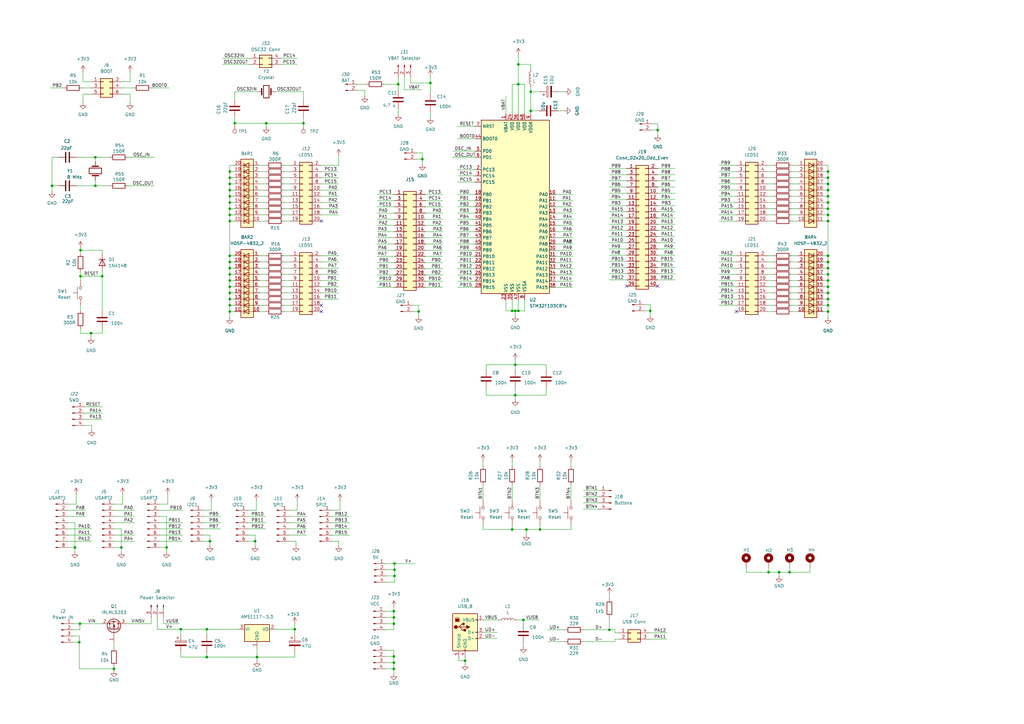
<source format=kicad_sch>
(kicad_sch (version 20211123) (generator eeschema)
  (paper "A3")
  (junction (at 124.46 50.546))
  (junction (at 315.214 234.696))
  (junction (at 339.598 107.442))
  (junction (at 212.598 26.416))
  (junction (at 94.234 85.598))
  (junction (at 94.234 125.222))
  (junction (at 339.598 112.522))
  (junction (at 339.598 127.762))
  (junction (at 161.544 250.698))
  (junction (at 46.736 274.32))
  (junction (at 104.648 221.996))
  (junction (at 21.336 76.2))
  (junction (at 190.754 271.018))
  (junction (at 173.228 65.278))
  (junction (at 94.234 104.902))
  (junction (at 94.234 83.058))
  (junction (at 266.7 127.508))
  (junction (at 84.836 269.494))
  (junction (at 339.598 85.598))
  (junction (at 96.266 50.546))
  (junction (at 94.234 80.518))
  (junction (at 120.904 258.064))
  (junction (at 94.234 115.062))
  (junction (at 339.598 115.062))
  (junction (at 211.328 149.606))
  (junction (at 94.234 109.982))
  (junction (at 39.116 64.516))
  (junction (at 32.512 263.398))
  (junction (at 68.326 224.536))
  (junction (at 94.234 120.142))
  (junction (at 94.234 75.438))
  (junction (at 41.91 113.284))
  (junction (at 210.058 217.17))
  (junction (at 339.598 70.358))
  (junction (at 74.168 258.064))
  (junction (at 339.598 122.682))
  (junction (at 94.234 117.602))
  (junction (at 176.53 34.036))
  (junction (at 94.234 88.138))
  (junction (at 163.322 34.544))
  (junction (at 339.598 104.902))
  (junction (at 339.598 83.058))
  (junction (at 211.328 127.508))
  (junction (at 37.338 136.652))
  (junction (at 161.544 253.238))
  (junction (at 86.106 221.996))
  (junction (at 323.85 234.696))
  (junction (at 161.544 269.24))
  (junction (at 212.598 127.508))
  (junction (at 217.678 45.466))
  (junction (at 94.234 127.762))
  (junction (at 339.598 77.978))
  (junction (at 171.704 127.762))
  (junction (at 49.784 224.536))
  (junction (at 339.598 125.222))
  (junction (at 339.598 117.602))
  (junction (at 161.798 236.22))
  (junction (at 94.234 122.682))
  (junction (at 339.598 75.438))
  (junction (at 161.544 271.78))
  (junction (at 109.22 50.546))
  (junction (at 161.544 255.778))
  (junction (at 84.836 258.064))
  (junction (at 39.116 76.2))
  (junction (at 94.234 107.442))
  (junction (at 215.9 217.17))
  (junction (at 217.678 37.592))
  (junction (at 212.598 34.544))
  (junction (at 339.598 72.898))
  (junction (at 94.234 70.358))
  (junction (at 161.798 231.14))
  (junction (at 161.798 233.68))
  (junction (at 161.544 274.32))
  (junction (at 214.63 254.254))
  (junction (at 94.234 72.898))
  (junction (at 249.936 258.318))
  (junction (at 32.766 255.778))
  (junction (at 221.488 217.17))
  (junction (at 94.234 90.678))
  (junction (at 319.532 234.696))
  (junction (at 339.598 90.678))
  (junction (at 33.02 113.284))
  (junction (at 339.598 109.982))
  (junction (at 339.598 120.142))
  (junction (at 339.598 88.138))
  (junction (at 33.02 102.616))
  (junction (at 94.234 112.522))
  (junction (at 30.734 224.536))
  (junction (at 94.234 77.978))
  (junction (at 339.598 80.518))
  (junction (at 210.058 127.508))
  (junction (at 105.41 269.494))
  (junction (at 211.328 162.052))
  (junction (at 269.748 53.34))
  (no_connect (at 269.748 117.348))
  (no_connect (at 131.826 125.222))
  (no_connect (at 131.826 90.678))
  (no_connect (at 131.826 127.762))
  (no_connect (at 257.048 117.348))
  (no_connect (at 302.006 127.762))
  (wire (pts (xy 187.706 97.536) (xy 194.818 97.536)))
  (wire (pts (xy 323.85 234.696) (xy 319.532 234.696)))
  (wire (pts (xy 217.678 37.592) (xy 217.678 45.466)))
  (wire (pts (xy 234.188 198.882) (xy 234.188 205.232)))
  (wire (pts (xy 32.512 263.398) (xy 30.226 263.398)))
  (wire (pts (xy 41.91 102.616) (xy 41.91 103.886)))
  (wire (pts (xy 185.674 61.976) (xy 194.818 61.976)))
  (wire (pts (xy 116.586 120.142) (xy 119.126 120.142)))
  (wire (pts (xy 33.02 101.6) (xy 33.02 102.616)))
  (wire (pts (xy 171.704 125.222) (xy 171.704 127.762)))
  (wire (pts (xy 37.338 38.608) (xy 34.036 38.608)))
  (wire (pts (xy 269.748 102.108) (xy 276.86 102.108)))
  (wire (pts (xy 68.326 224.536) (xy 65.532 224.536)))
  (wire (pts (xy 65.532 206.756) (xy 68.834 206.756)))
  (wire (pts (xy 314.706 117.602) (xy 317.246 117.602)))
  (wire (pts (xy 161.798 87.376) (xy 154.686 87.376)))
  (wire (pts (xy 176.53 34.036) (xy 176.53 38.354)))
  (wire (pts (xy 227.838 87.376) (xy 234.95 87.376)))
  (wire (pts (xy 161.544 255.778) (xy 158.242 255.778)))
  (wire (pts (xy 30.226 255.778) (xy 32.766 255.778)))
  (wire (pts (xy 94.234 83.058) (xy 94.234 85.598)))
  (wire (pts (xy 187.706 51.816) (xy 194.818 51.816)))
  (wire (pts (xy 64.516 258.064) (xy 74.168 258.064)))
  (wire (pts (xy 339.598 107.442) (xy 337.566 107.442)))
  (wire (pts (xy 46.99 214.376) (xy 55.118 214.376)))
  (wire (pts (xy 317.246 80.518) (xy 314.706 80.518)))
  (wire (pts (xy 339.598 80.518) (xy 337.566 80.518)))
  (wire (pts (xy 32.766 255.778) (xy 41.656 255.778)))
  (wire (pts (xy 327.406 80.518) (xy 324.866 80.518)))
  (wire (pts (xy 339.598 120.142) (xy 339.598 122.682)))
  (wire (pts (xy 138.938 221.996) (xy 136.144 221.996)))
  (wire (pts (xy 187.706 74.676) (xy 194.818 74.676)))
  (wire (pts (xy 106.426 104.902) (xy 108.966 104.902)))
  (wire (pts (xy 211.328 149.606) (xy 199.39 149.606)))
  (wire (pts (xy 120.904 255.778) (xy 120.904 258.064)))
  (wire (pts (xy 187.706 72.136) (xy 194.818 72.136)))
  (wire (pts (xy 317.246 88.138) (xy 314.706 88.138)))
  (wire (pts (xy 207.518 122.936) (xy 207.518 127.508)))
  (wire (pts (xy 108.966 214.376) (xy 101.854 214.376)))
  (wire (pts (xy 46.99 219.456) (xy 55.118 219.456)))
  (wire (pts (xy 198.374 254.254) (xy 204.47 254.254)))
  (wire (pts (xy 294.894 120.142) (xy 302.006 120.142)))
  (wire (pts (xy 131.826 104.902) (xy 138.938 104.902)))
  (wire (pts (xy 86.106 219.456) (xy 86.106 221.996)))
  (wire (pts (xy 276.86 109.728) (xy 269.748 109.728)))
  (wire (pts (xy 227.838 89.916) (xy 234.95 89.916)))
  (wire (pts (xy 339.598 107.442) (xy 339.598 109.982)))
  (wire (pts (xy 106.426 83.058) (xy 108.966 83.058)))
  (wire (pts (xy 198.12 217.17) (xy 198.12 215.392)))
  (wire (pts (xy 154.686 117.856) (xy 161.798 117.856)))
  (wire (pts (xy 44.958 76.2) (xy 39.116 76.2)))
  (wire (pts (xy 239.268 201.168) (xy 245.618 201.168)))
  (wire (pts (xy 33.02 102.616) (xy 41.91 102.616)))
  (wire (pts (xy 46.99 209.296) (xy 55.118 209.296)))
  (wire (pts (xy 31.496 76.2) (xy 39.116 76.2)))
  (wire (pts (xy 249.936 81.788) (xy 257.048 81.788)))
  (wire (pts (xy 116.586 67.818) (xy 119.126 67.818)))
  (wire (pts (xy 181.61 112.776) (xy 174.498 112.776)))
  (wire (pts (xy 154.686 110.236) (xy 161.798 110.236)))
  (wire (pts (xy 94.234 112.522) (xy 96.266 112.522)))
  (wire (pts (xy 339.598 85.598) (xy 339.598 88.138)))
  (wire (pts (xy 181.61 84.836) (xy 174.498 84.836)))
  (wire (pts (xy 257.048 109.728) (xy 249.936 109.728)))
  (wire (pts (xy 50.292 202.692) (xy 50.292 206.756)))
  (wire (pts (xy 214.63 254.254) (xy 214.63 256.032)))
  (wire (pts (xy 138.938 221.996) (xy 138.938 223.774)))
  (wire (pts (xy 30.226 260.858) (xy 32.512 260.858)))
  (wire (pts (xy 181.61 82.296) (xy 174.498 82.296)))
  (wire (pts (xy 106.426 120.142) (xy 108.966 120.142)))
  (wire (pts (xy 51.816 255.778) (xy 61.976 255.778)))
  (wire (pts (xy 49.784 224.536) (xy 49.784 226.314)))
  (wire (pts (xy 187.706 117.856) (xy 194.818 117.856)))
  (wire (pts (xy 116.586 75.438) (xy 119.126 75.438)))
  (wire (pts (xy 169.418 125.222) (xy 171.704 125.222)))
  (wire (pts (xy 221.488 37.592) (xy 217.678 37.592)))
  (wire (pts (xy 116.586 109.982) (xy 119.126 109.982)))
  (wire (pts (xy 138.938 112.522) (xy 131.826 112.522)))
  (wire (pts (xy 143.256 211.836) (xy 136.144 211.836)))
  (wire (pts (xy 131.826 80.518) (xy 138.938 80.518)))
  (wire (pts (xy 249.936 84.328) (xy 257.048 84.328)))
  (wire (pts (xy 49.784 224.536) (xy 49.784 216.916)))
  (wire (pts (xy 302.006 109.982) (xy 294.894 109.982)))
  (wire (pts (xy 94.234 107.442) (xy 94.234 109.982)))
  (wire (pts (xy 120.904 258.064) (xy 113.03 258.064)))
  (wire (pts (xy 339.598 127.762) (xy 339.598 130.302)))
  (wire (pts (xy 106.426 122.682) (xy 108.966 122.682)))
  (wire (pts (xy 106.426 67.818) (xy 108.966 67.818)))
  (wire (pts (xy 266.7 127.508) (xy 266.7 129.54)))
  (wire (pts (xy 106.426 77.978) (xy 108.966 77.978)))
  (wire (pts (xy 327.406 107.442) (xy 324.866 107.442)))
  (wire (pts (xy 94.234 77.978) (xy 94.234 80.518)))
  (wire (pts (xy 74.168 258.064) (xy 74.168 260.096)))
  (wire (pts (xy 327.406 75.438) (xy 324.866 75.438)))
  (wire (pts (xy 116.586 127.762) (xy 119.126 127.762)))
  (wire (pts (xy 339.598 80.518) (xy 339.598 83.058)))
  (wire (pts (xy 106.426 85.598) (xy 108.966 85.598)))
  (wire (pts (xy 94.234 88.138) (xy 94.234 90.678)))
  (wire (pts (xy 33.02 102.616) (xy 33.02 103.886)))
  (wire (pts (xy 143.256 216.916) (xy 136.144 216.916)))
  (wire (pts (xy 249.936 243.586) (xy 249.936 245.618)))
  (wire (pts (xy 106.426 112.522) (xy 108.966 112.522)))
  (wire (pts (xy 161.544 269.24) (xy 161.544 271.78)))
  (wire (pts (xy 221.488 188.976) (xy 221.488 191.262)))
  (wire (pts (xy 90.424 214.376) (xy 83.312 214.376)))
  (wire (pts (xy 118.618 216.916) (xy 125.73 216.916)))
  (wire (pts (xy 131.826 67.818) (xy 138.938 67.818)))
  (wire (pts (xy 163.322 34.544) (xy 163.322 37.084)))
  (wire (pts (xy 32.512 263.398) (xy 32.512 274.32)))
  (wire (pts (xy 257.048 102.108) (xy 249.936 102.108)))
  (wire (pts (xy 224.028 159.258) (xy 224.028 162.052)))
  (wire (pts (xy 34.798 166.878) (xy 41.91 166.878)))
  (wire (pts (xy 94.234 109.982) (xy 96.266 109.982)))
  (wire (pts (xy 34.036 33.528) (xy 37.338 33.528)))
  (wire (pts (xy 210.058 122.936) (xy 210.058 127.508)))
  (wire (pts (xy 138.938 72.898) (xy 131.826 72.898)))
  (wire (pts (xy 215.138 34.544) (xy 215.138 46.736)))
  (wire (pts (xy 163.322 44.704) (xy 163.322 46.99)))
  (wire (pts (xy 67.056 253.238) (xy 67.056 255.778)))
  (wire (pts (xy 211.328 147.574) (xy 211.328 149.606)))
  (wire (pts (xy 327.406 85.598) (xy 324.866 85.598)))
  (wire (pts (xy 94.234 125.222) (xy 96.266 125.222)))
  (wire (pts (xy 138.938 63.754) (xy 138.938 67.818)))
  (wire (pts (xy 116.586 125.222) (xy 119.126 125.222)))
  (wire (pts (xy 52.578 76.2) (xy 63.246 76.2)))
  (wire (pts (xy 339.598 83.058) (xy 337.566 83.058)))
  (wire (pts (xy 214.63 263.652) (xy 214.63 265.176)))
  (wire (pts (xy 118.618 209.296) (xy 121.92 209.296)))
  (wire (pts (xy 210.058 34.544) (xy 212.598 34.544)))
  (wire (pts (xy 94.234 85.598) (xy 96.266 85.598)))
  (wire (pts (xy 294.894 83.058) (xy 302.006 83.058)))
  (wire (pts (xy 332.232 234.696) (xy 323.85 234.696)))
  (wire (pts (xy 27.94 209.296) (xy 35.052 209.296)))
  (wire (pts (xy 327.406 90.678) (xy 324.866 90.678)))
  (wire (pts (xy 212.598 34.544) (xy 215.138 34.544)))
  (wire (pts (xy 101.854 219.456) (xy 104.648 219.456)))
  (wire (pts (xy 46.99 206.756) (xy 50.292 206.756)))
  (wire (pts (xy 94.234 122.682) (xy 94.234 125.222)))
  (wire (pts (xy 217.678 35.814) (xy 217.678 37.592)))
  (wire (pts (xy 339.598 72.898) (xy 337.566 72.898)))
  (wire (pts (xy 161.798 236.22) (xy 158.496 236.22)))
  (wire (pts (xy 131.826 85.598) (xy 138.938 85.598)))
  (wire (pts (xy 234.188 217.17) (xy 221.488 217.17)))
  (wire (pts (xy 94.234 88.138) (xy 96.266 88.138)))
  (wire (pts (xy 327.406 70.358) (xy 324.866 70.358)))
  (wire (pts (xy 46.736 263.398) (xy 46.736 265.684)))
  (wire (pts (xy 67.056 255.778) (xy 73.66 255.778)))
  (wire (pts (xy 33.02 113.284) (xy 41.91 113.284)))
  (wire (pts (xy 161.798 89.916) (xy 154.686 89.916)))
  (wire (pts (xy 339.598 85.598) (xy 337.566 85.598)))
  (wire (pts (xy 94.234 70.358) (xy 94.234 72.898)))
  (wire (pts (xy 161.798 233.68) (xy 161.798 236.22)))
  (wire (pts (xy 217.678 45.466) (xy 217.678 46.736)))
  (wire (pts (xy 50.038 33.528) (xy 53.34 33.528)))
  (wire (pts (xy 37.338 136.652) (xy 37.338 138.43)))
  (wire (pts (xy 187.706 69.596) (xy 194.818 69.596)))
  (wire (pts (xy 339.598 75.438) (xy 339.598 77.978)))
  (wire (pts (xy 212.598 34.544) (xy 212.598 46.736)))
  (wire (pts (xy 131.826 77.978) (xy 138.938 77.978)))
  (wire (pts (xy 339.598 122.682) (xy 339.598 125.222)))
  (wire (pts (xy 74.93 216.916) (xy 65.532 216.916)))
  (wire (pts (xy 49.784 224.536) (xy 46.99 224.536)))
  (wire (pts (xy 113.03 37.592) (xy 124.46 37.592)))
  (wire (pts (xy 266.446 259.588) (xy 273.558 259.588)))
  (wire (pts (xy 96.266 37.592) (xy 96.266 40.64)))
  (wire (pts (xy 161.798 231.14) (xy 161.798 233.68)))
  (wire (pts (xy 227.838 82.296) (xy 234.95 82.296)))
  (wire (pts (xy 31.242 202.692) (xy 31.242 206.756)))
  (wire (pts (xy 86.614 205.232) (xy 86.614 209.296)))
  (wire (pts (xy 317.246 90.678) (xy 314.706 90.678)))
  (wire (pts (xy 94.234 80.518) (xy 94.234 83.058)))
  (wire (pts (xy 269.748 81.788) (xy 276.86 81.788)))
  (wire (pts (xy 276.86 94.488) (xy 269.748 94.488)))
  (wire (pts (xy 187.706 100.076) (xy 194.818 100.076)))
  (wire (pts (xy 161.798 97.536) (xy 154.686 97.536)))
  (wire (pts (xy 102.616 23.876) (xy 91.186 23.876)))
  (wire (pts (xy 317.246 72.898) (xy 314.706 72.898)))
  (wire (pts (xy 339.598 109.982) (xy 339.598 112.522)))
  (wire (pts (xy 116.586 88.138) (xy 119.126 88.138)))
  (wire (pts (xy 120.904 258.064) (xy 120.904 260.096)))
  (wire (pts (xy 215.138 127.508) (xy 212.598 127.508)))
  (wire (pts (xy 53.34 38.608) (xy 53.34 42.164)))
  (wire (pts (xy 339.598 117.602) (xy 337.566 117.602)))
  (wire (pts (xy 269.748 50.8) (xy 269.748 53.34)))
  (wire (pts (xy 224.79 263.144) (xy 231.648 263.144)))
  (wire (pts (xy 314.706 120.142) (xy 317.246 120.142)))
  (wire (pts (xy 121.412 221.996) (xy 121.412 223.774)))
  (wire (pts (xy 94.234 90.678) (xy 94.234 104.902)))
  (wire (pts (xy 116.586 85.598) (xy 119.126 85.598)))
  (wire (pts (xy 249.936 258.318) (xy 252.222 258.318)))
  (wire (pts (xy 116.586 90.678) (xy 119.126 90.678)))
  (wire (pts (xy 227.838 97.536) (xy 234.95 97.536)))
  (wire (pts (xy 181.61 79.756) (xy 174.498 79.756)))
  (wire (pts (xy 249.936 86.868) (xy 257.048 86.868)))
  (wire (pts (xy 94.234 109.982) (xy 94.234 112.522)))
  (wire (pts (xy 327.406 67.818) (xy 324.866 67.818)))
  (wire (pts (xy 187.706 102.616) (xy 194.818 102.616)))
  (wire (pts (xy 302.006 88.138) (xy 294.894 88.138)))
  (wire (pts (xy 161.798 94.996) (xy 154.686 94.996)))
  (wire (pts (xy 211.328 149.606) (xy 211.328 151.638)))
  (wire (pts (xy 143.256 214.376) (xy 136.144 214.376)))
  (wire (pts (xy 65.532 211.836) (xy 68.326 211.836)))
  (wire (pts (xy 37.592 174.498) (xy 37.592 176.276)))
  (wire (pts (xy 227.838 84.836) (xy 234.95 84.836)))
  (wire (pts (xy 158.242 274.32) (xy 161.544 274.32)))
  (wire (pts (xy 30.734 224.536) (xy 30.734 214.376)))
  (wire (pts (xy 302.006 112.522) (xy 294.894 112.522)))
  (wire (pts (xy 319.532 234.696) (xy 319.532 236.22)))
  (wire (pts (xy 124.46 40.64) (xy 124.46 37.592)))
  (wire (pts (xy 84.836 267.716) (xy 84.836 269.494)))
  (wire (pts (xy 207.518 39.37) (xy 207.518 46.736)))
  (wire (pts (xy 339.598 83.058) (xy 339.598 85.598)))
  (wire (pts (xy 27.94 219.456) (xy 37.592 219.456)))
  (wire (pts (xy 257.048 112.268) (xy 249.936 112.268)))
  (wire (pts (xy 83.312 219.456) (xy 86.106 219.456)))
  (wire (pts (xy 253.746 259.588) (xy 252.222 259.588)))
  (wire (pts (xy 249.936 76.708) (xy 257.048 76.708)))
  (wire (pts (xy 181.61 110.236) (xy 174.498 110.236)))
  (wire (pts (xy 187.706 89.916) (xy 194.818 89.916)))
  (wire (pts (xy 30.226 258.318) (xy 32.766 258.318)))
  (wire (pts (xy 173.228 65.278) (xy 173.228 67.31)))
  (wire (pts (xy 120.904 269.494) (xy 105.41 269.494)))
  (wire (pts (xy 211.328 162.052) (xy 211.328 163.83)))
  (wire (pts (xy 96.266 67.818) (xy 94.234 67.818)))
  (wire (pts (xy 339.598 72.898) (xy 339.598 75.438)))
  (wire (pts (xy 294.894 122.682) (xy 302.006 122.682)))
  (wire (pts (xy 339.598 104.902) (xy 339.598 107.442)))
  (wire (pts (xy 90.424 216.916) (xy 83.312 216.916)))
  (wire (pts (xy 116.586 77.978) (xy 119.126 77.978)))
  (wire (pts (xy 86.106 221.996) (xy 86.106 223.774)))
  (wire (pts (xy 106.426 117.602) (xy 108.966 117.602)))
  (wire (pts (xy 269.748 74.168) (xy 276.86 74.168)))
  (wire (pts (xy 339.598 109.982) (xy 337.566 109.982)))
  (wire (pts (xy 210.058 198.882) (xy 210.058 205.232)))
  (wire (pts (xy 104.648 219.456) (xy 104.648 221.996)))
  (wire (pts (xy 327.406 120.142) (xy 324.866 120.142)))
  (wire (pts (xy 276.86 114.808) (xy 269.748 114.808)))
  (wire (pts (xy 302.006 117.602) (xy 294.894 117.602)))
  (wire (pts (xy 61.976 253.238) (xy 61.976 255.778)))
  (wire (pts (xy 116.586 80.518) (xy 119.126 80.518)))
  (wire (pts (xy 198.374 261.874) (xy 203.962 261.874)))
  (wire (pts (xy 252.222 259.588) (xy 252.222 258.318)))
  (wire (pts (xy 294.894 90.678) (xy 302.006 90.678)))
  (wire (pts (xy 221.488 198.882) (xy 221.488 205.232)))
  (wire (pts (xy 161.798 102.616) (xy 154.686 102.616)))
  (wire (pts (xy 249.936 79.248) (xy 257.048 79.248)))
  (wire (pts (xy 94.234 127.762) (xy 94.234 130.302)))
  (wire (pts (xy 266.7 127.508) (xy 264.414 127.508)))
  (wire (pts (xy 90.424 211.836) (xy 83.312 211.836)))
  (wire (pts (xy 227.838 105.156) (xy 234.95 105.156)))
  (wire (pts (xy 249.936 91.948) (xy 257.048 91.948)))
  (wire (pts (xy 46.99 221.996) (xy 55.118 221.996)))
  (wire (pts (xy 91.186 26.416) (xy 102.616 26.416)))
  (wire (pts (xy 94.234 72.898) (xy 94.234 75.438)))
  (wire (pts (xy 212.598 26.416) (xy 212.598 34.544)))
  (wire (pts (xy 181.61 115.316) (xy 174.498 115.316)))
  (wire (pts (xy 211.328 127.508) (xy 212.598 127.508)))
  (wire (pts (xy 94.234 77.978) (xy 96.266 77.978)))
  (wire (pts (xy 161.798 236.22) (xy 161.798 238.76)))
  (wire (pts (xy 302.006 72.898) (xy 294.894 72.898)))
  (wire (pts (xy 171.704 127.762) (xy 171.704 129.794)))
  (wire (pts (xy 215.9 217.17) (xy 210.058 217.17)))
  (wire (pts (xy 23.876 64.516) (xy 21.336 64.516)))
  (wire (pts (xy 165.862 36.83) (xy 172.974 36.83)))
  (wire (pts (xy 234.188 188.976) (xy 234.188 191.262)))
  (wire (pts (xy 212.598 22.352) (xy 212.598 26.416)))
  (wire (pts (xy 143.256 219.456) (xy 136.144 219.456)))
  (wire (pts (xy 106.426 80.518) (xy 108.966 80.518)))
  (wire (pts (xy 302.006 67.818) (xy 294.894 67.818)))
  (wire (pts (xy 27.94 206.756) (xy 31.242 206.756)))
  (wire (pts (xy 227.838 107.696) (xy 234.95 107.696)))
  (wire (pts (xy 120.904 267.716) (xy 120.904 269.494)))
  (wire (pts (xy 161.544 274.32) (xy 161.544 276.352)))
  (wire (pts (xy 27.94 216.916) (xy 37.592 216.916)))
  (wire (pts (xy 138.938 120.142) (xy 131.826 120.142)))
  (wire (pts (xy 187.706 82.296) (xy 194.818 82.296)))
  (wire (pts (xy 41.91 134.874) (xy 41.91 136.652)))
  (wire (pts (xy 339.598 70.358) (xy 339.598 72.898)))
  (wire (pts (xy 269.748 79.248) (xy 276.86 79.248)))
  (wire (pts (xy 165.862 31.75) (xy 165.862 36.83)))
  (wire (pts (xy 339.598 112.522) (xy 339.598 115.062)))
  (wire (pts (xy 174.498 97.536) (xy 181.61 97.536)))
  (wire (pts (xy 327.406 112.522) (xy 324.866 112.522)))
  (wire (pts (xy 163.322 31.75) (xy 163.322 34.544)))
  (wire (pts (xy 317.246 70.358) (xy 314.706 70.358)))
  (wire (pts (xy 105.41 269.494) (xy 84.836 269.494)))
  (wire (pts (xy 34.798 171.958) (xy 41.91 171.958)))
  (wire (pts (xy 136.144 209.296) (xy 139.446 209.296)))
  (wire (pts (xy 187.706 112.776) (xy 194.818 112.776)))
  (wire (pts (xy 239.268 203.708) (xy 245.618 203.708)))
  (wire (pts (xy 34.036 38.608) (xy 34.036 42.164)))
  (wire (pts (xy 116.586 112.522) (xy 119.126 112.522)))
  (wire (pts (xy 106.426 88.138) (xy 108.966 88.138)))
  (wire (pts (xy 176.53 45.974) (xy 176.53 48.26)))
  (wire (pts (xy 173.228 65.278) (xy 170.942 65.278)))
  (wire (pts (xy 68.326 211.836) (xy 68.326 224.536)))
  (wire (pts (xy 46.99 211.836) (xy 55.118 211.836)))
  (wire (pts (xy 306.07 234.696) (xy 306.07 232.664)))
  (wire (pts (xy 138.938 70.358) (xy 131.826 70.358)))
  (wire (pts (xy 154.686 79.756) (xy 161.798 79.756)))
  (wire (pts (xy 339.598 117.602) (xy 339.598 120.142)))
  (wire (pts (xy 157.734 34.544) (xy 163.322 34.544)))
  (wire (pts (xy 68.834 202.692) (xy 68.834 206.756)))
  (wire (pts (xy 187.706 79.756) (xy 194.818 79.756)))
  (wire (pts (xy 339.598 70.358) (xy 337.566 70.358)))
  (wire (pts (xy 302.006 80.518) (xy 294.894 80.518)))
  (wire (pts (xy 231.648 37.592) (xy 229.108 37.592)))
  (wire (pts (xy 327.406 109.982) (xy 324.866 109.982)))
  (wire (pts (xy 170.942 62.738) (xy 173.228 62.738)))
  (wire (pts (xy 161.544 271.78) (xy 158.242 271.78)))
  (wire (pts (xy 108.966 211.836) (xy 101.854 211.836)))
  (wire (pts (xy 33.02 113.284) (xy 33.02 115.062)))
  (wire (pts (xy 94.234 115.062) (xy 96.266 115.062)))
  (wire (pts (xy 314.706 125.222) (xy 317.246 125.222)))
  (wire (pts (xy 339.598 88.138) (xy 337.566 88.138)))
  (wire (pts (xy 339.598 112.522) (xy 337.566 112.522)))
  (wire (pts (xy 190.754 271.018) (xy 190.754 272.288)))
  (wire (pts (xy 249.936 89.408) (xy 257.048 89.408)))
  (wire (pts (xy 294.894 107.442) (xy 302.006 107.442)))
  (wire (pts (xy 46.736 274.32) (xy 46.736 275.082)))
  (wire (pts (xy 239.268 208.788) (xy 245.618 208.788)))
  (wire (pts (xy 227.838 117.856) (xy 234.95 117.856)))
  (wire (pts (xy 224.028 149.606) (xy 224.028 151.638)))
  (wire (pts (xy 168.402 34.036) (xy 176.53 34.036)))
  (wire (pts (xy 161.544 266.7) (xy 161.544 269.24)))
  (wire (pts (xy 227.838 112.776) (xy 234.95 112.776)))
  (wire (pts (xy 249.936 97.028) (xy 257.048 97.028)))
  (wire (pts (xy 146.812 37.084) (xy 149.606 37.084)))
  (wire (pts (xy 269.748 86.868) (xy 276.86 86.868)))
  (wire (pts (xy 161.544 250.698) (xy 161.544 253.238)))
  (wire (pts (xy 339.598 127.762) (xy 337.566 127.762)))
  (wire (pts (xy 269.748 104.648) (xy 276.86 104.648)))
  (wire (pts (xy 161.798 100.076) (xy 154.686 100.076)))
  (wire (pts (xy 161.544 258.318) (xy 158.242 258.318)))
  (wire (pts (xy 231.394 45.466) (xy 228.854 45.466)))
  (wire (pts (xy 158.496 231.14) (xy 161.798 231.14)))
  (wire (pts (xy 221.488 215.392) (xy 221.488 217.17)))
  (wire (pts (xy 32.512 274.32) (xy 46.736 274.32)))
  (wire (pts (xy 161.544 255.778) (xy 161.544 258.318)))
  (wire (pts (xy 154.686 82.296) (xy 161.798 82.296)))
  (wire (pts (xy 171.704 127.762) (xy 169.418 127.762)))
  (wire (pts (xy 139.446 205.232) (xy 139.446 209.296)))
  (wire (pts (xy 339.598 75.438) (xy 337.566 75.438)))
  (wire (pts (xy 46.736 273.304) (xy 46.736 274.32)))
  (wire (pts (xy 26.162 36.068) (xy 20.574 36.068)))
  (wire (pts (xy 94.234 125.222) (xy 94.234 127.762)))
  (wire (pts (xy 174.498 92.456) (xy 181.61 92.456)))
  (wire (pts (xy 94.234 127.762) (xy 96.266 127.762)))
  (wire (pts (xy 30.734 224.536) (xy 30.734 226.314)))
  (wire (pts (xy 187.706 105.156) (xy 194.818 105.156)))
  (wire (pts (xy 105.41 269.494) (xy 105.41 271.018)))
  (wire (pts (xy 267.462 50.8) (xy 269.748 50.8)))
  (wire (pts (xy 187.706 56.896) (xy 194.818 56.896)))
  (wire (pts (xy 94.234 80.518) (xy 96.266 80.518)))
  (wire (pts (xy 239.268 258.318) (xy 249.936 258.318)))
  (wire (pts (xy 121.92 205.232) (xy 121.92 209.296)))
  (wire (pts (xy 269.748 107.188) (xy 276.86 107.188)))
  (wire (pts (xy 339.598 90.678) (xy 339.598 104.902)))
  (wire (pts (xy 94.234 107.442) (xy 96.266 107.442)))
  (wire (pts (xy 187.706 84.836) (xy 194.818 84.836)))
  (wire (pts (xy 158.242 266.7) (xy 161.544 266.7)))
  (wire (pts (xy 174.498 102.616) (xy 181.61 102.616)))
  (wire (pts (xy 53.34 29.464) (xy 53.34 33.528)))
  (wire (pts (xy 31.496 64.516) (xy 39.116 64.516)))
  (wire (pts (xy 21.336 76.2) (xy 23.876 76.2)))
  (wire (pts (xy 34.798 169.418) (xy 41.91 169.418)))
  (wire (pts (xy 94.234 122.682) (xy 96.266 122.682)))
  (wire (pts (xy 269.748 53.34) (xy 269.748 55.372)))
  (wire (pts (xy 44.958 64.516) (xy 39.116 64.516)))
  (wire (pts (xy 339.598 120.142) (xy 337.566 120.142)))
  (wire (pts (xy 339.598 77.978) (xy 337.566 77.978)))
  (wire (pts (xy 39.116 64.516) (xy 39.116 66.294)))
  (wire (pts (xy 249.936 107.188) (xy 257.048 107.188)))
  (wire (pts (xy 257.048 104.648) (xy 249.936 104.648)))
  (wire (pts (xy 96.266 50.546) (xy 109.22 50.546)))
  (wire (pts (xy 94.234 104.902) (xy 96.266 104.902)))
  (wire (pts (xy 269.748 53.34) (xy 267.462 53.34)))
  (wire (pts (xy 109.22 50.546) (xy 124.46 50.546)))
  (wire (pts (xy 174.498 87.376) (xy 181.61 87.376)))
  (wire (pts (xy 339.598 88.138) (xy 339.598 90.678)))
  (wire (pts (xy 74.93 214.376) (xy 65.532 214.376)))
  (wire (pts (xy 149.606 37.084) (xy 149.606 39.37)))
  (wire (pts (xy 33.02 136.652) (xy 33.02 134.874)))
  (wire (pts (xy 339.598 77.978) (xy 339.598 80.518)))
  (wire (pts (xy 327.406 125.222) (xy 324.866 125.222)))
  (wire (pts (xy 105.156 205.232) (xy 105.156 209.296)))
  (wire (pts (xy 257.048 114.808) (xy 249.936 114.808)))
  (wire (pts (xy 227.838 92.456) (xy 234.95 92.456)))
  (wire (pts (xy 214.63 254.254) (xy 221.234 254.254)))
  (wire (pts (xy 269.748 89.408) (xy 276.86 89.408)))
  (wire (pts (xy 109.22 50.546) (xy 109.22 52.07)))
  (wire (pts (xy 314.706 109.982) (xy 317.246 109.982)))
  (wire (pts (xy 37.338 36.068) (xy 33.782 36.068)))
  (wire (pts (xy 64.516 253.238) (xy 64.516 258.064)))
  (wire (pts (xy 146.812 34.544) (xy 150.114 34.544)))
  (wire (pts (xy 199.39 162.052) (xy 199.39 159.258)))
  (wire (pts (xy 234.188 215.392) (xy 234.188 217.17)))
  (wire (pts (xy 212.598 127.508) (xy 212.598 122.936)))
  (wire (pts (xy 30.734 214.376) (xy 27.94 214.376)))
  (wire (pts (xy 217.678 26.416) (xy 217.678 28.194)))
  (wire (pts (xy 339.598 90.678) (xy 337.566 90.678)))
  (wire (pts (xy 319.532 234.696) (xy 315.214 234.696)))
  (wire (pts (xy 54.61 36.068) (xy 50.038 36.068)))
  (wire (pts (xy 269.748 84.328) (xy 276.86 84.328)))
  (wire (pts (xy 207.518 127.508) (xy 210.058 127.508)))
  (wire (pts (xy 327.406 117.602) (xy 324.866 117.602)))
  (wire (pts (xy 269.748 71.628) (xy 276.86 71.628)))
  (wire (pts (xy 314.706 122.682) (xy 317.246 122.682)))
  (wire (pts (xy 94.234 90.678) (xy 96.266 90.678)))
  (wire (pts (xy 161.798 105.156) (xy 154.686 105.156)))
  (wire (pts (xy 106.426 72.898) (xy 108.966 72.898)))
  (wire (pts (xy 252.222 262.128) (xy 252.222 263.144)))
  (wire (pts (xy 94.234 120.142) (xy 96.266 120.142)))
  (wire (pts (xy 215.9 217.17) (xy 215.9 219.202)))
  (wire (pts (xy 198.12 188.976) (xy 198.12 191.262)))
  (wire (pts (xy 106.426 127.762) (xy 108.966 127.762)))
  (wire (pts (xy 187.706 115.316) (xy 194.818 115.316)))
  (wire (pts (xy 176.53 34.036) (xy 176.53 31.242)))
  (wire (pts (xy 161.544 269.24) (xy 158.242 269.24)))
  (wire (pts (xy 124.46 50.546) (xy 124.46 48.26)))
  (wire (pts (xy 185.674 64.516) (xy 194.818 64.516)))
  (wire (pts (xy 187.706 107.696) (xy 194.818 107.696)))
  (wire (pts (xy 174.498 89.916) (xy 181.61 89.916)))
  (wire (pts (xy 94.234 75.438) (xy 96.266 75.438)))
  (wire (pts (xy 154.686 115.316) (xy 161.798 115.316)))
  (wire (pts (xy 37.592 174.498) (xy 34.798 174.498)))
  (wire (pts (xy 224.79 258.318) (xy 231.648 258.318)))
  (wire (pts (xy 84.836 258.064) (xy 74.168 258.064)))
  (wire (pts (xy 94.234 85.598) (xy 94.234 88.138)))
  (wire (pts (xy 327.406 127.762) (xy 324.866 127.762)))
  (wire (pts (xy 52.578 64.516) (xy 63.246 64.516)))
  (wire (pts (xy 190.754 269.494) (xy 190.754 271.018)))
  (wire (pts (xy 302.006 85.598) (xy 294.894 85.598)))
  (wire (pts (xy 332.232 232.664) (xy 332.232 234.696)))
  (wire (pts (xy 37.338 136.652) (xy 33.02 136.652)))
  (wire (pts (xy 212.09 254.254) (xy 214.63 254.254)))
  (wire (pts (xy 74.93 209.296) (xy 65.532 209.296)))
  (wire (pts (xy 138.938 75.438) (xy 131.826 75.438)))
  (wire (pts (xy 121.412 221.996) (xy 118.618 221.996)))
  (wire (pts (xy 212.598 26.416) (xy 217.678 26.416)))
  (wire (pts (xy 249.936 71.628) (xy 257.048 71.628)))
  (wire (pts (xy 106.426 107.442) (xy 108.966 107.442)))
  (wire (pts (xy 249.936 69.088) (xy 257.048 69.088)))
  (wire (pts (xy 32.512 260.858) (xy 32.512 263.398)))
  (wire (pts (xy 276.86 91.948) (xy 269.748 91.948)))
  (wire (pts (xy 49.784 216.916) (xy 46.99 216.916)))
  (wire (pts (xy 314.706 107.442) (xy 317.246 107.442)))
  (wire (pts (xy 181.61 117.856) (xy 174.498 117.856)))
  (wire (pts (xy 227.838 115.316) (xy 234.95 115.316)))
  (wire (pts (xy 339.598 115.062) (xy 337.566 115.062)))
  (wire (pts (xy 118.618 211.836) (xy 125.73 211.836)))
  (wire (pts (xy 101.854 209.296) (xy 105.156 209.296)))
  (wire (pts (xy 269.748 99.568) (xy 276.86 99.568)))
  (wire (pts (xy 116.586 83.058) (xy 119.126 83.058)))
  (wire (pts (xy 317.246 85.598) (xy 314.706 85.598)))
  (wire (pts (xy 94.234 117.602) (xy 94.234 120.142)))
  (wire (pts (xy 116.586 115.062) (xy 119.126 115.062)))
  (wire (pts (xy 211.328 127.508) (xy 211.328 129.54)))
  (wire (pts (xy 215.138 122.936) (xy 215.138 127.508)))
  (wire (pts (xy 41.91 111.506) (xy 41.91 113.284)))
  (wire (pts (xy 315.214 234.696) (xy 306.07 234.696)))
  (wire (pts (xy 105.41 265.684) (xy 105.41 269.494)))
  (wire (pts (xy 94.234 112.522) (xy 94.234 115.062)))
  (wire (pts (xy 154.686 112.776) (xy 161.798 112.776)))
  (wire (pts (xy 138.938 122.682) (xy 131.826 122.682)))
  (wire (pts (xy 68.326 224.536) (xy 68.326 226.314)))
  (wire (pts (xy 161.798 233.68) (xy 158.496 233.68)))
  (wire (pts (xy 339.598 125.222) (xy 339.598 127.762)))
  (wire (pts (xy 39.116 76.2) (xy 39.116 73.914)))
  (wire (pts (xy 211.328 159.258) (xy 211.328 162.052)))
  (wire (pts (xy 138.938 115.062) (xy 131.826 115.062)))
  (wire (pts (xy 94.234 83.058) (xy 96.266 83.058)))
  (wire (pts (xy 158.242 250.698) (xy 161.544 250.698)))
  (wire (pts (xy 317.246 83.058) (xy 314.706 83.058)))
  (wire (pts (xy 116.586 104.902) (xy 119.126 104.902)))
  (wire (pts (xy 118.618 214.376) (xy 125.73 214.376)))
  (wire (pts (xy 21.336 76.2) (xy 21.336 78.486)))
  (wire (pts (xy 327.406 104.902) (xy 324.866 104.902)))
  (wire (pts (xy 294.894 125.222) (xy 302.006 125.222)))
  (wire (pts (xy 41.91 136.652) (xy 37.338 136.652)))
  (wire (pts (xy 94.234 120.142) (xy 94.234 122.682)))
  (wire (pts (xy 294.894 104.902) (xy 302.006 104.902)))
  (wire (pts (xy 41.91 113.284) (xy 41.91 127.254)))
  (wire (pts (xy 227.838 79.756) (xy 234.95 79.756)))
  (wire (pts (xy 276.86 97.028) (xy 269.748 97.028)))
  (wire (pts (xy 138.938 117.602) (xy 131.826 117.602)))
  (wire (pts (xy 317.246 77.978) (xy 314.706 77.978)))
  (wire (pts (xy 221.488 217.17) (xy 215.9 217.17)))
  (wire (pts (xy 339.598 122.682) (xy 337.566 122.682)))
  (wire (pts (xy 84.836 269.494) (xy 74.168 269.494)))
  (wire (pts (xy 339.598 67.818) (xy 339.598 70.358)))
  (wire (pts (xy 315.214 232.664) (xy 315.214 234.696)))
  (wire (pts (xy 168.402 31.75) (xy 168.402 34.036)))
  (wire (pts (xy 317.246 75.438) (xy 314.706 75.438)))
  (wire (pts (xy 94.234 104.902) (xy 94.234 107.442)))
  (wire (pts (xy 83.312 209.296) (xy 86.614 209.296)))
  (wire (pts (xy 257.048 99.568) (xy 249.936 99.568)))
  (wire (pts (xy 106.426 125.222) (xy 108.966 125.222)))
  (wire (pts (xy 161.544 271.78) (xy 161.544 274.32)))
  (wire (pts (xy 30.734 224.536) (xy 27.94 224.536)))
  (wire (pts (xy 327.406 122.682) (xy 324.866 122.682)))
  (wire (pts (xy 239.268 206.248) (xy 245.618 206.248)))
  (wire (pts (xy 327.406 72.898) (xy 324.866 72.898)))
  (wire (pts (xy 74.93 219.456) (xy 65.532 219.456)))
  (wire (pts (xy 269.748 69.088) (xy 276.86 69.088)))
  (wire (pts (xy 253.746 262.128) (xy 252.222 262.128)))
  (wire (pts (xy 161.544 248.92) (xy 161.544 250.698)))
  (wire (pts (xy 116.586 122.682) (xy 119.126 122.682)))
  (wire (pts (xy 116.586 70.358) (xy 119.126 70.358)))
  (wire (pts (xy 314.706 115.062) (xy 317.246 115.062)))
  (wire (pts (xy 27.94 211.836) (xy 35.052 211.836)))
  (wire (pts (xy 106.426 115.062) (xy 108.966 115.062)))
  (wire (pts (xy 249.936 94.488) (xy 257.048 94.488)))
  (wire (pts (xy 86.106 221.996) (xy 83.312 221.996)))
  (wire (pts (xy 94.234 117.602) (xy 96.266 117.602)))
  (wire (pts (xy 104.648 221.996) (xy 104.648 223.774)))
  (wire (pts (xy 34.036 29.464) (xy 34.036 33.528)))
  (wire (pts (xy 327.406 88.138) (xy 324.866 88.138)))
  (wire (pts (xy 121.92 23.876) (xy 115.316 23.876)))
  (wire (pts (xy 181.61 107.696) (xy 174.498 107.696)))
  (wire (pts (xy 108.966 216.916) (xy 101.854 216.916)))
  (wire (pts (xy 174.498 94.996) (xy 181.61 94.996)))
  (wire (pts (xy 227.838 110.236) (xy 234.95 110.236)))
  (wire (pts (xy 211.328 162.052) (xy 199.39 162.052)))
  (wire (pts (xy 106.426 75.438) (xy 108.966 75.438)))
  (wire (pts (xy 339.598 125.222) (xy 337.566 125.222)))
  (wire (pts (xy 249.936 74.168) (xy 257.048 74.168)))
  (wire (pts (xy 210.058 46.736) (xy 210.058 34.544)))
  (wire (pts (xy 302.006 77.978) (xy 294.894 77.978)))
  (wire (pts (xy 131.826 83.058) (xy 138.938 83.058)))
  (wire (pts (xy 69.342 36.068) (xy 62.23 36.068)))
  (wire (pts (xy 339.598 104.902) (xy 337.566 104.902)))
  (wire (pts (xy 131.826 88.138) (xy 138.938 88.138)))
  (wire (pts (xy 224.028 149.606) (xy 211.328 149.606)))
  (wire (pts (xy 210.058 217.17) (xy 198.12 217.17)))
  (wire (pts (xy 94.234 115.062) (xy 94.234 117.602)))
  (wire (pts (xy 27.94 221.996) (xy 37.592 221.996)))
  (wire (pts (xy 198.12 198.882) (xy 198.12 205.232)))
  (wire (pts (xy 116.586 107.442) (xy 119.126 107.442)))
  (wire (pts (xy 314.706 67.818) (xy 317.246 67.818)))
  (wire (pts (xy 161.798 92.456) (xy 154.686 92.456)))
  (wire (pts (xy 94.234 70.358) (xy 96.266 70.358)))
  (wire (pts (xy 187.706 94.996) (xy 194.818 94.996)))
  (wire (pts (xy 327.406 77.978) (xy 324.866 77.978)))
  (wire (pts (xy 106.426 70.358) (xy 108.966 70.358)))
  (wire (pts (xy 161.544 253.238) (xy 158.242 253.238)))
  (wire (pts (xy 118.618 219.456) (xy 125.73 219.456)))
  (wire (pts (xy 266.7 124.968) (xy 266.7 127.508)))
  (wire (pts (xy 327.406 83.058) (xy 324.866 83.058)))
  (wire (pts (xy 198.374 259.334) (xy 203.962 259.334)))
  (wire (pts (xy 227.838 102.616) (xy 234.95 102.616)))
  (wire (pts (xy 227.838 100.076) (xy 234.95 100.076)))
  (wire (pts (xy 104.648 221.996) (xy 101.854 221.996)))
  (wire (pts (xy 161.544 253.238) (xy 161.544 255.778)))
  (wire (pts (xy 327.406 115.062) (xy 324.866 115.062)))
  (wire (pts (xy 94.234 75.438) (xy 94.234 77.978)))
  (wire (pts (xy 187.706 92.456) (xy 194.818 92.456)))
  (wire (pts (xy 276.86 112.268) (xy 269.748 112.268)))
  (wire (pts (xy 84.836 258.064) (xy 84.836 260.096)))
  (wire (pts (xy 210.058 215.392) (xy 210.058 217.17)))
  (wire (pts (xy 302.006 70.358) (xy 294.894 70.358)))
  (wire (pts (xy 210.058 127.508) (xy 211.328 127.508)))
  (wire (pts (xy 187.706 110.236) (xy 194.818 110.236)))
  (wire (pts (xy 199.39 149.606) (xy 199.39 151.638)))
  (wire (pts (xy 131.826 109.982) (xy 138.938 109.982)))
  (wire (pts (xy 314.706 127.762) (xy 317.246 127.762)))
  (wire (pts (xy 323.85 232.664) (xy 323.85 234.696)))
  (wire (pts (xy 106.426 109.982) (xy 108.966 109.982)))
  (wire (pts (xy 249.936 253.238) (xy 249.936 258.318)))
  (wire (pts (xy 106.426 90.678) (xy 108.966 90.678)))
  (wire (pts (xy 314.706 104.902) (xy 317.246 104.902)))
  (wire (pts (xy 337.566 67.818) (xy 339.598 67.818)))
  (wire (pts (xy 96.266 48.26) (xy 96.266 50.546)))
  (wire (pts (xy 174.498 100.076) (xy 181.61 100.076)))
  (wire (pts (xy 94.234 72.898) (xy 96.266 72.898)))
  (wire (pts (xy 227.838 94.996) (xy 234.95 94.996)))
  (wire (pts (xy 269.748 76.708) (xy 276.86 76.708)))
  (wire (pts (xy 264.414 124.968) (xy 266.7 124.968)))
  (wire (pts (xy 174.498 105.156) (xy 181.61 105.156)))
  (wire (pts (xy 266.446 262.128) (xy 273.558 262.128)))
  (wire (pts (xy 302.006 75.438) (xy 294.894 75.438)))
  (wire (pts (xy 97.79 258.064) (xy 84.836 258.064)))
  (wire (pts (xy 339.598 115.062) (xy 339.598 117.602)))
  (wire (pts (xy 74.93 221.996) (xy 65.532 221.996)))
  (wire (pts (xy 210.058 188.976) (xy 210.058 191.262)))
  (wire (pts (xy 94.234 67.818) (xy 94.234 70.358)))
  (wire (pts (xy 173.228 62.738) (xy 173.228 65.278)))
  (wire (pts (xy 105.41 37.592) (xy 96.266 37.592)))
  (wire (pts (xy 154.686 84.836) (xy 161.798 84.836)))
  (wire (pts (xy 154.686 107.696) (xy 161.798 107.696)))
  (wire (pts (xy 33.02 125.222) (xy 33.02 127.254)))
  (wire (pts (xy 188.214 269.494) (xy 188.214 271.018)))
  (wire (pts (xy 115.316 26.416) (xy 121.92 26.416)))
  (wire (pts (xy 161.798 231.14) (xy 170.18 231.14)))
  (wire (pts (xy 161.798 238.76) (xy 158.496 238.76)))
  (wire (pts (xy 314.706 112.522) (xy 317.246 112.522)))
  (wire (pts (xy 21.336 64.516) (xy 21.336 76.2)))
  (wire (pts (xy 187.706 87.376) (xy 194.818 87.376)))
  (wire (pts (xy 50.038 38.608) (xy 53.34 38.608)))
  (wire (pts (xy 116.586 72.898) (xy 119.126 72.898)))
  (wire (pts (xy 239.268 263.144) (xy 252.222 263.144)))
  (wire (pts (xy 131.826 107.442) (xy 138.938 107.442)))
  (wire (pts (xy 188.214 271.018) (xy 190.754 271.018)))
  (wire (pts (xy 217.678 45.466) (xy 221.234 45.466)))
  (wire (pts (xy 74.168 269.494) (xy 74.168 267.716)))
  (wire (pts (xy 116.586 117.602) (xy 119.126 117.602)))
  (wire (pts (xy 224.028 162.052) (xy 211.328 162.052)))
  (wire (pts (xy 33.02 111.506) (xy 33.02 113.284)))
  (wire (pts (xy 302.006 115.062) (xy 294.894 115.062)))
  (wire (pts (xy 32.766 258.318) (xy 32.766 255.778)))
  (label "PA10" (at 250.698 99.568 0))
  (label "PA10" (at 295.656 109.982 0))
  (label "PB9" (at 275.082 69.088 180))
  (label "UD+" (at 225.298 258.318 0))
  (label "VBAT" (at 207.518 45.212 90))
  (label "PB13" (at 250.698 112.268 0))
  (label "PA12" (at 250.698 94.488 0))
  (label "PB7" (at 275.082 74.168 180))
  (label "PB14" (at 74.168 221.996 180))
  (label "PA1" (at 177.292 89.916 0))
  (label "VUSB" (at 215.646 254.254 0))
  (label "PA8" (at 230.886 100.076 0))
  (label "PA7" (at 177.546 105.156 0))
  (label "PB2" (at 25.4 36.068 180))
  (label "PB12" (at 74.168 216.916 180))
  (label "PC14" (at 138.176 72.898 180))
  (label "PB13" (at 142.494 214.376 180))
  (label "PA14" (at 36.576 169.418 0))
  (label "UD-" (at 198.882 261.874 0))
  (label "PB4" (at 295.656 80.518 0))
  (label "BTN2" (at 210.058 204.724 90))
  (label "PB12" (at 295.656 125.222 0))
  (label "PA12" (at 276.098 94.488 180))
  (label "PA5" (at 158.75 100.076 180))
  (label "UD+" (at 198.882 259.334 0))
  (label "BTN4" (at 245.11 208.788 180))
  (label "PA11" (at 268.224 262.128 0))
  (label "PB6" (at 250.698 76.708 0))
  (label "PB14" (at 142.494 216.916 180))
  (label "RESET" (at 40.386 113.284 180))
  (label "PB5" (at 295.656 77.978 0))
  (label "PA13" (at 229.616 112.776 0))
  (label "PB9" (at 188.468 102.616 0))
  (label "RESET" (at 188.468 51.816 0))
  (label "PB14" (at 250.698 109.728 0))
  (label "PB7" (at 250.698 74.168 0))
  (label "PA3" (at 177.546 94.996 0))
  (label "VBUS" (at 198.882 254.254 0))
  (label "PC13" (at 138.176 70.358 180))
  (label "PB7" (at 188.468 97.536 0))
  (label "PC15" (at 121.158 26.416 180))
  (label "PA0" (at 177.292 87.376 0))
  (label "PB11" (at 108.204 214.376 180))
  (label "PB13" (at 295.656 122.682 0))
  (label "PB14" (at 295.656 120.142 0))
  (label "PA1" (at 230.632 82.296 0))
  (label "PA4" (at 158.75 97.536 180))
  (label "PA0" (at 134.62 77.978 0))
  (label "PB13" (at 74.168 219.456 180))
  (label "PC15" (at 180.848 84.836 180))
  (label "PA14" (at 250.698 89.408 0))
  (label "VIN" (at 36.068 255.778 0))
  (label "PB0" (at 188.468 79.756 0))
  (label "OSC_OUT" (at 54.356 76.2 0))
  (label "PB1" (at 180.848 110.236 180))
  (label "PB10" (at 108.204 211.836 180))
  (label "OSC32OUT" (at 91.694 26.416 0))
  (label "BTN3" (at 245.11 206.248 180))
  (label "VBAT" (at 172.212 36.83 180))
  (label "PA8" (at 276.098 104.648 180))
  (label "PB3" (at 188.468 87.376 0))
  (label "PA12" (at 295.656 104.902 0))
  (label "PB8" (at 275.082 71.628 180))
  (label "PC13" (at 188.468 69.596 0))
  (label "V+" (at 68.072 258.064 0))
  (label "PA4" (at 230.886 89.916 0))
  (label "PB3" (at 271.272 84.328 0))
  (label "PB7" (at 295.656 72.898 0))
  (label "PB11" (at 188.468 107.696 0))
  (label "PA9" (at 30.988 211.836 0))
  (label "PA6" (at 230.886 94.996 0))
  (label "PA2" (at 230.632 84.836 0))
  (label "PA9" (at 295.656 112.522 0))
  (label "PA11" (at 229.616 107.696 0))
  (label "PA4" (at 50.8 221.996 0))
  (label "PA12" (at 229.616 110.236 0))
  (label "PA5" (at 138.176 104.902 180))
  (label "OSC_IN" (at 186.436 61.976 0))
  (label "PA6" (at 121.666 216.916 0))
  (label "PA7" (at 138.176 109.982 180))
  (label "PB1" (at 138.176 115.062 180))
  (label "PA2" (at 159.004 92.456 180))
  (label "UD-" (at 225.298 263.144 0))
  (label "OSC32OUT" (at 113.538 37.592 0))
  (label "PA11" (at 295.656 107.442 0))
  (label "BTN3" (at 221.488 204.724 90))
  (label "BTN2" (at 245.11 203.708 180))
  (label "PA12" (at 268.224 259.588 0))
  (label "PC13" (at 155.448 79.756 0))
  (label "OSC_IN" (at 54.61 64.516 0))
  (label "PA7" (at 230.886 97.536 0))
  (label "PC14" (at 116.078 23.876 0))
  (label "PA11" (at 250.698 97.028 0))
  (label "PA3" (at 50.8 219.456 0))
  (label "PA8" (at 250.698 104.648 0))
  (label "PA9" (at 276.098 102.108 180))
  (label "PB6" (at 89.662 214.376 180))
  (label "PA15" (at 295.656 85.598 0))
  (label "PA13" (at 295.656 90.678 0))
  (label "PB1" (at 188.468 82.296 0))
  (label "BOOT0" (at 68.58 36.068 180))
  (label "BTN1" (at 198.12 204.724 90))
  (label "PB4" (at 250.698 81.788 0))
  (label "PA2" (at 177.292 92.456 0))
  (label "PB15" (at 276.098 107.188 180))
  (label "PA0" (at 50.8 209.296 0))
  (label "PB10" (at 138.176 120.142 180))
  (label "PB11" (at 138.176 122.682 180))
  (label "PB3" (at 250.698 84.328 0))
  (label "PB7" (at 89.662 216.916 180))
  (label "PB14" (at 188.468 115.316 0))
  (label "PB0" (at 180.848 107.696 180))
  (label "BTN1" (at 245.11 201.168 180))
  (label "RESET" (at 41.148 166.878 180))
  (label "PB8" (at 188.468 100.076 0))
  (label "PC14" (at 188.468 72.136 0))
  (label "PA6" (at 138.176 107.442 180))
  (label "PA10" (at 32.004 216.916 0))
  (label "PA15" (at 229.616 117.856 0))
  (label "PA3" (at 230.886 87.376 0))
  (label "PA10" (at 229.616 105.156 0))
  (label "PA1" (at 50.8 211.836 0))
  (label "PA5" (at 230.886 92.456 0))
  (label "PB15" (at 250.698 107.188 0))
  (label "PB13" (at 188.468 112.776 0))
  (label "PB5" (at 275.082 79.248 180))
  (label "PA4" (at 177.546 97.536 0))
  (label "PC15" (at 155.448 84.836 0))
  (label "PB9" (at 295.656 67.818 0))
  (label "PB3" (at 295.656 83.058 0))
  (label "PA14" (at 276.098 89.408 180))
  (label "PA10" (at 276.098 99.568 180))
  (label "PB9" (at 250.698 69.088 0))
  (label "PB4" (at 188.468 89.916 0))
  (label "PA15" (at 276.098 86.868 180))
  (label "PB6" (at 188.468 94.996 0))
  (label "PA6" (at 158.75 102.616 180))
  (label "PA3" (at 134.874 85.598 0))
  (label "PB10" (at 180.848 115.316 180))
  (label "PB15" (at 295.656 117.602 0))
  (label "PB11" (at 155.448 117.856 0))
  (label "PB0" (at 155.448 107.696 0))
  (label "PB5" (at 89.662 211.836 180))
  (label "BOOT0" (at 188.468 56.896 0))
  (label "PA4" (at 134.874 88.138 0))
  (label "PB13" (at 276.098 112.268 180))
  (label "PB10" (at 69.596 209.296 0))
  (label "PB4" (at 275.082 81.788 180))
  (label "PA6" (at 177.546 102.616 0))
  (label "PA0" (at 230.632 79.756 0))
  (label "PB8" (at 250.698 71.628 0))
  (label "PA11" (at 276.098 97.028 180))
  (label "PA5" (at 177.546 100.076 0))
  (label "PB12" (at 250.698 114.808 0))
  (label "VIN5V" (at 53.848 255.778 0))
  (label "PA9" (at 250.698 102.108 0))
  (label "PA3" (at 158.75 94.996 180))
  (label "PC15" (at 138.176 75.438 180))
  (label "PB11" (at 180.848 117.856 180))
  (label "OSC32IN" (at 91.948 23.876 0))
  (label "PC15" (at 188.468 74.676 0))
  (label "PB12" (at 188.468 110.236 0))
  (label "PB11" (at 74.168 214.376 180))
  (label "PA5" (at 121.666 214.376 0))
  (label "PB2" (at 180.848 112.776 180))
  (label "PB1" (at 155.448 110.236 0))
  (label "V+" (at 166.116 231.14 0))
  (label "PB12" (at 276.098 114.808 180))
  (label "D+" (at 244.094 258.318 0))
  (label "VUSB" (at 68.072 255.778 0))
  (label "PB2" (at 188.468 84.836 0))
  (label "PB12" (at 108.204 216.916 180))
  (label "PB8" (at 295.656 70.358 0))
  (label "PA9" (at 230.886 102.616 0))
  (label "PB5" (at 188.468 92.456 0))
  (label "PB2" (at 155.448 112.776 0))
  (label "PA8" (at 230.886 100.076 0))
  (label "PA12" (at 32.004 221.996 0))
  (label "PB6" (at 275.082 76.708 180))
  (label "PA11" (at 32.004 219.456 0))
  (label "PA7" (at 158.75 105.156 180))
  (label "PA1" (at 159.004 89.916 180))
  (label "D-" (at 244.094 263.144 0))
  (label "PA0" (at 159.004 87.376 180))
  (label "PB12" (at 142.494 211.836 180))
  (label "OSC_OUT" (at 186.436 64.516 0))
  (label "PB10" (at 155.448 115.316 0))
  (label "PA1" (at 134.62 80.518 0))
  (label "PC14" (at 155.448 82.296 0))
  (label "PB0" (at 138.176 112.522 180))
  (label "PA14" (at 229.616 115.316 0))
  (label "PA14" (at 295.656 88.138 0))
  (label "PA13" (at 250.698 91.948 0))
  (label "PB5" (at 250.698 79.248 0))
  (label "PA13" (at 36.576 171.958 0))
  (label "PA2" (at 134.62 83.058 0))
  (label "PC14" (at 180.848 82.296 180))
  (label "BTN4" (at 234.188 204.724 90))
  (label "PB10" (at 188.468 105.156 0))
  (label "PA4" (at 121.666 211.836 0))
  (label "PA15" (at 250.698 86.868 0))
  (label "PA8" (at 30.988 209.296 0))
  (label "PB6" (at 295.656 75.438 0))
  (label "PC13" (at 180.848 79.756 180))
  (label "PA8" (at 295.656 115.062 0))
  (label "PA13" (at 276.098 91.948 180))
  (label "PB14" (at 276.098 109.728 180))
  (label "PA2" (at 50.8 214.376 0))
  (label "PA7" (at 121.666 219.456 0))
  (label "PB15" (at 142.494 219.456 180))
  (label "OSC32IN" (at 97.028 37.592 0))
  (label "PB15" (at 188.468 117.856 0))
  (label "PB2" (at 138.176 117.602 180))
  (symbol (lib_id "power:+3V3") (at 161.544 248.92 0) (unit 1)
    (property "Reference" "#PWR042" (effects hide))
    (property "Value" "+3V3" (at 161.544 243.586 0))
  )
  (symbol (lib_id "Device:R") (at 112.776 90.678 90) (unit 1)
    (property "Reference" "R15" (at 112.776 93.472 90))
    (property "Value" "300R" (effects hide))
    (property "Footprint" "Resistor_SMD:R_0603_1608Metric_Pad0.98x0.95mm_HandSolder" (effects hide))
  )
  (symbol (lib_id "Connector:TestPoint") (at 124.46 50.546 180) (unit 1)
    (property "Reference" "TP2" (at 127 53.8479 0) (effects (justify right)))
    (property "Value" "TestPoint" (effects hide))
    (property "Footprint" "TestPoint:TestPoint_THTPad_1.0x1.0mm_Drill0.5mm" (effects hide))
  )
  (symbol (lib_id "power:GND") (at 211.328 129.54 0) (unit 1)
    (property "Reference" "#PWR034" (effects hide))
    (property "Value" "GND" (at 211.328 134.366 0))
  )
  (symbol (lib_id "Device:R") (at 112.776 80.518 90) (unit 1)
    (property "Reference" "R11" (effects hide))
    (property "Value" "300R" (effects hide))
    (property "Footprint" "Resistor_SMD:R_0603_1608Metric_Pad0.98x0.95mm_HandSolder" (effects hide))
  )
  (symbol (lib_id "LED:HDSP-4832_2") (at 101.346 115.062 0) (mirror y) (unit 1)
    (property "Reference" "BAR2" (at 101.346 97.282 0))
    (property "Value" "HDSP-4832_2" (at 101.346 99.822 0))
    (property "Footprint" "my_display:DC10EWA" (effects hide))
    (property "Datasheet" "https://docs.broadcom.com/docs/AV02-1798EN" (effects hide))
  )
  (symbol (lib_id "Device:L") (at 208.28 254.254 90) (unit 1)
    (property "Reference" "L1" (at 208.28 248.666 90))
    (property "Value" "L" (at 208.28 251.206 90))
    (property "Footprint" "Inductor_SMD:L_0603_1608Metric_Pad1.05x0.95mm_HandSolder" (effects hide))
  )
  (symbol (lib_id "power:GND") (at 161.544 276.352 0) (unit 1)
    (property "Reference" "#PWR043" (effects hide))
    (property "Value" "GND" (at 161.544 280.162 0))
  )
  (symbol (lib_id "Device:R") (at 58.42 36.068 270) (mirror x) (unit 1)
    (property "Reference" "R1" (at 58.42 30.988 90))
    (property "Value" "10k" (at 58.42 33.528 90))
    (property "Footprint" "Resistor_SMD:R_0603_1608Metric_Pad0.98x0.95mm_HandSolder" (effects hide))
  )
  (symbol (lib_id "power:+3V3") (at 50.292 202.692 0) (unit 1)
    (property "Reference" "#PWR09" (effects hide))
    (property "Value" "+3V3" (at 50.292 197.358 0))
  )
  (symbol (lib_id "power:+3V3") (at 34.036 29.464 0) (unit 1)
    (property "Reference" "#PWR04" (effects hide))
    (property "Value" "+3V3" (at 34.036 24.13 0))
  )
  (symbol (lib_id "Device:C") (at 199.39 155.448 0) (unit 1)
    (property "Reference" "C8" (at 201.93 152.908 0) (effects (justify left)))
    (property "Value" "100n" (at 202.946 156.972 0) (effects (justify left)))
    (property "Footprint" "Capacitor_SMD:C_0603_1608Metric_Pad1.08x0.95mm_HandSolder" (effects hide))
  )
  (symbol (lib_id "Connector_Generic:Conn_02x10_Odd_Even") (at 124.206 77.978 0) (unit 1)
    (property "Reference" "J12" (at 125.476 60.96 0))
    (property "Value" "LEDS1" (at 125.476 63.5 0))
    (property "Footprint" "Connector_PinHeader_2.54mm:PinHeader_2x10_P2.54mm_Vertical" (effects hide))
  )
  (symbol (lib_id "Switch:SW_Push") (at 198.12 210.312 90) (unit 1)
    (property "Reference" "SW2" (at 188.722 209.55 90) (effects (justify right)))
    (property "Value" "Reset" (at 188.722 212.09 90) (effects (justify right)))
    (property "Footprint" "Button_Switch_THT:SW_PUSH_6mm" (effects hide))
  )
  (symbol (lib_id "power:GND") (at 190.754 272.288 0) (unit 1)
    (property "Reference" "#PWR027" (effects hide))
    (property "Value" "GND" (at 190.754 277.622 0))
  )
  (symbol (lib_id "power:GND") (at 46.736 275.082 0) (unit 1)
    (property "Reference" "#PWR07" (effects hide))
    (property "Value" "GND" (at 46.736 278.892 0))
  )
  (symbol (lib_id "Device:C") (at 96.266 44.45 180) (unit 1)
    (property "Reference" "C16" (at 89.662 42.926 90) (effects (justify left)))
    (property "Value" "22pF" (at 92.456 41.656 90) (effects (justify left)))
    (property "Footprint" "Capacitor_SMD:C_0603_1608Metric_Pad1.08x0.95mm_HandSolder" (effects hide))
  )
  (symbol (lib_id "Device:R") (at 321.056 112.522 270) (mirror x) (unit 1)
    (property "Reference" "R46" (effects hide))
    (property "Value" "300R" (effects hide))
    (property "Footprint" "Resistor_SMD:R_0603_1608Metric_Pad0.98x0.95mm_HandSolder" (effects hide))
  )
  (symbol (lib_id "LED:HDSP-4832_2") (at 332.486 77.978 0) (unit 1)
    (property "Reference" "BAR3" (at 332.486 62.992 0))
    (property "Value" "HDSP-4832_2" (effects hide))
    (property "Footprint" "my_display:DC10EWA" (effects hide))
    (property "Datasheet" "https://docs.broadcom.com/docs/AV02-1798EN" (effects hide))
  )
  (symbol (lib_id "Switch:SW_Push") (at 234.188 210.312 90) (unit 1)
    (property "Reference" "SW5" (at 224.79 209.55 90) (effects (justify right)))
    (property "Value" "Reset" (at 224.79 212.09 90) (effects (justify right)))
    (property "Footprint" "Button_Switch_THT:SW_PUSH_6mm" (effects hide))
  )
  (symbol (lib_id "power:GND") (at 231.648 37.592 90) (unit 1)
    (property "Reference" "#PWR031" (effects hide))
    (property "Value" "GND" (at 236.982 37.592 0))
  )
  (symbol (lib_id "Device:R") (at 33.02 107.696 180) (unit 1)
    (property "Reference" "R2" (at 27.94 107.696 90))
    (property "Value" "10k" (at 30.48 107.696 90))
    (property "Footprint" "Resistor_SMD:R_0603_1608Metric_Pad0.98x0.95mm_HandSolder" (effects hide))
  )
  (symbol (lib_id "power:GND") (at 21.336 78.486 0) (mirror y) (unit 1)
    (property "Reference" "#PWR010" (effects hide))
    (property "Value" "GND" (at 21.336 83.312 0))
  )
  (symbol (lib_id "power:GND") (at 149.606 39.37 0) (unit 1)
    (property "Reference" "#PWR044" (effects hide))
    (property "Value" "GND" (at 149.606 44.196 0))
  )
  (symbol (lib_id "Device:R") (at 112.776 112.522 90) (unit 1)
    (property "Reference" "R19" (effects hide))
    (property "Value" "300R" (effects hide))
    (property "Footprint" "Resistor_SMD:R_0603_1608Metric_Pad0.98x0.95mm_HandSolder" (effects hide))
  )
  (symbol (lib_id "Connector:Conn_01x04_Male") (at 153.162 253.238 0) (unit 1)
    (property "Reference" "J23" (at 153.797 245.11 0))
    (property "Value" "VCC" (at 153.797 247.65 0))
    (property "Footprint" "Connector_PinHeader_2.54mm:PinHeader_1x04_P2.54mm_Vertical" (effects hide))
  )
  (symbol (lib_id "power:+3V3") (at 212.598 22.352 0) (unit 1)
    (property "Reference" "#PWR036" (effects hide))
    (property "Value" "+3V3" (at 212.598 17.018 0))
  )
  (symbol (lib_id "power:GND") (at 94.234 130.302 0) (unit 1)
    (property "Reference" "#PWR017" (effects hide))
    (property "Value" "GND" (at 94.234 135.636 0))
  )
  (symbol (lib_id "Device:R") (at 321.056 125.222 270) (mirror x) (unit 1)
    (property "Reference" "R51" (effects hide))
    (property "Value" "300R" (effects hide))
    (property "Footprint" "Resistor_SMD:R_0603_1608Metric_Pad0.98x0.95mm_HandSolder" (effects hide))
  )
  (symbol (lib_id "power:GND") (at 104.648 223.774 0) (unit 1)
    (property "Reference" "#PWR018" (effects hide))
    (property "Value" "GND" (at 104.648 229.108 0))
  )
  (symbol (lib_id "Device:C") (at 41.91 131.064 0) (unit 1)
    (property "Reference" "C1" (at 44.45 128.524 0) (effects (justify left)))
    (property "Value" "100n" (at 45.466 132.588 0) (effects (justify left)))
    (property "Footprint" "Capacitor_SMD:C_0603_1608Metric_Pad1.08x0.95mm_HandSolder" (effects hide))
  )
  (symbol (lib_id "Connector:Conn_01x02_Male") (at 164.338 125.222 0) (unit 1)
    (property "Reference" "J27" (at 164.338 121.158 0))
    (property "Value" "GND" (at 164.338 123.698 0))
    (property "Footprint" "Connector_PinHeader_2.54mm:PinHeader_1x02_P2.54mm_Vertical" (effects hide))
  )
  (symbol (lib_id "Device:R") (at 321.056 107.442 270) (mirror x) (unit 1)
    (property "Reference" "R44" (effects hide))
    (property "Value" "300R" (effects hide))
    (property "Footprint" "Resistor_SMD:R_0603_1608Metric_Pad0.98x0.95mm_HandSolder" (effects hide))
  )
  (symbol (lib_id "Connector_Generic:Conn_02x02_Counter_Clockwise") (at 107.696 23.876 0) (unit 1)
    (property "Reference" "J32" (at 108.966 17.78 0))
    (property "Value" "OSC32 Conn" (at 108.966 20.32 0))
    (property "Footprint" "Connector_PinHeader_2.54mm:PinHeader_2x02_P2.54mm_Vertical" (effects hide))
  )
  (symbol (lib_id "MCU_ST_STM32F1:STM32F103C8Tx") (at 212.598 84.836 0) (unit 1)
    (property "Reference" "U2" (at 217.1574 122.936 0) (effects (justify left)))
    (property "Value" "STM32F103C8Tx" (at 217.1574 125.476 0) (effects (justify left)))
    (property "Footprint" "my_sockets:LQFP48-ZIF" (effects hide))
    (property "Datasheet" "http://www.st.com/st-web-ui/static/active/en/resource/technical/document/datasheet/CD00161566.pdf" (effects hide))
  )
  (symbol (lib_id "Device:R") (at 198.12 195.072 180) (unit 1)
    (property "Reference" "R26" (at 193.04 195.072 90))
    (property "Value" "10k" (at 195.58 195.072 90))
    (property "Footprint" "Resistor_SMD:R_0603_1608Metric_Pad0.98x0.95mm_HandSolder" (effects hide))
  )
  (symbol (lib_id "power:GND") (at 138.938 223.774 0) (unit 1)
    (property "Reference" "#PWR024" (effects hide))
    (property "Value" "GND" (at 138.938 229.108 0))
  )
  (symbol (lib_id "power:GND") (at 37.592 176.276 0) (unit 1)
    (property "Reference" "#PWR0101" (effects hide))
    (property "Value" "GND" (at 37.592 181.61 0))
  )
  (symbol (lib_id "Device:C") (at 27.686 64.516 270) (mirror x) (unit 1)
    (property "Reference" "C2" (at 26.162 57.912 90) (effects (justify left)))
    (property "Value" "22pF" (at 24.892 60.706 90) (effects (justify left)))
    (property "Footprint" "Capacitor_SMD:C_0603_1608Metric_Pad1.08x0.95mm_HandSolder" (effects hide))
  )
  (symbol (lib_id "Transistor_FET:IRLML5203") (at 46.736 258.318 270) (mirror x) (unit 1)
    (property "Reference" "Q1" (at 46.736 248.666 90))
    (property "Value" "IRLML5203" (at 46.736 251.206 90))
    (property "Footprint" "Package_TO_SOT_SMD:SOT-23" (effects hide))
    (property "Datasheet" "https://www.infineon.com/dgdl/irlml5203pbf.pdf?fileId=5546d462533600a40153566868da261d" (effects hide))
  )
  (symbol (lib_id "power:GND") (at 49.784 226.314 0) (unit 1)
    (property "Reference" "#PWR08" (effects hide))
    (property "Value" "GND" (at 49.784 231.648 0))
  )
  (symbol (lib_id "Device:R") (at 321.056 127.762 270) (mirror x) (unit 1)
    (property "Reference" "R52" (effects hide))
    (property "Value" "300R" (effects hide))
    (property "Footprint" "Resistor_SMD:R_0603_1608Metric_Pad0.98x0.95mm_HandSolder" (effects hide))
  )
  (symbol (lib_id "Device:R") (at 321.056 72.898 270) (mirror x) (unit 1)
    (property "Reference" "R35" (effects hide))
    (property "Value" "300R" (effects hide))
    (property "Footprint" "Resistor_SMD:R_0603_1608Metric_Pad0.98x0.95mm_HandSolder" (effects hide))
  )
  (symbol (lib_id "Device:C_Polarized") (at 225.298 37.592 90) (unit 1)
    (property "Reference" "C15" (at 223.774 34.798 0) (effects (justify left)))
    (property "Value" "10U" (at 226.314 34.798 0) (effects (justify left)))
    (property "Footprint" "Capacitor_Tantalum_SMD:CP_EIA-3216-18_Kemet-A_Pad1.58x1.35mm_HandSolder" (effects hide))
  )
  (symbol (lib_id "Device:R") (at 112.776 75.438 90) (unit 1)
    (property "Reference" "R9" (effects hide))
    (property "Value" "300R" (effects hide))
    (property "Footprint" "Resistor_SMD:R_0603_1608Metric_Pad0.98x0.95mm_HandSolder" (effects hide))
  )
  (symbol (lib_id "Connector_Generic:Conn_02x02_Counter_Clockwise") (at 258.826 259.588 0) (unit 1)
    (property "Reference" "J17" (at 260.096 252.476 0))
    (property "Value" "USB Conn" (at 260.096 255.016 0))
    (property "Footprint" "Connector_PinHeader_2.54mm:PinHeader_2x02_P2.54mm_Vertical" (effects hide))
  )
  (symbol (lib_id "Device:C") (at 163.322 40.894 0) (unit 1)
    (property "Reference" "C11" (at 159.004 38.1 0) (effects (justify left)))
    (property "Value" "4,7 u" (at 156.972 43.18 0) (effects (justify left)))
    (property "Footprint" "Capacitor_Tantalum_SMD:CP_EIA-3216-18_Kemet-A_Pad1.58x1.35mm_HandSolder" (effects hide))
  )
  (symbol (lib_id "Connector:Conn_01x03_Male") (at 165.862 26.67 90) (mirror x) (unit 1)
    (property "Reference" "J31" (at 165.862 21.336 90))
    (property "Value" "VBAT Selector" (at 165.862 23.876 90))
    (property "Footprint" "Connector_PinHeader_2.54mm:PinHeader_1x03_P2.54mm_Vertical" (effects hide))
  )
  (symbol (lib_id "Device:R") (at 112.776 115.062 90) (unit 1)
    (property "Reference" "R20" (effects hide))
    (property "Value" "300R" (effects hide))
    (property "Footprint" "Resistor_SMD:R_0603_1608Metric_Pad0.98x0.95mm_HandSolder" (effects hide))
  )
  (symbol (lib_id "Device:C_Polarized") (at 120.904 263.906 0) (unit 1)
    (property "Reference" "C6" (at 123.698 262.382 0) (effects (justify left)))
    (property "Value" "47U" (at 123.698 264.922 0) (effects (justify left)))
    (property "Footprint" "Capacitor_THT:CP_Radial_D5.0mm_P2.00mm" (effects hide))
  )
  (symbol (lib_id "Connector:Conn_01x04_Male") (at 153.416 233.68 0) (unit 1)
    (property "Reference" "J26" (at 154.051 226.06 0))
    (property "Value" "5V" (at 154.051 228.6 0))
    (property "Footprint" "Connector_PinHeader_2.54mm:PinHeader_1x04_P2.54mm_Vertical" (effects hide))
  )
  (symbol (lib_id "Device:R") (at 321.056 122.682 270) (mirror x) (unit 1)
    (property "Reference" "R50" (effects hide))
    (property "Value" "300R" (effects hide))
    (property "Footprint" "Resistor_SMD:R_0603_1608Metric_Pad0.98x0.95mm_HandSolder" (effects hide))
  )
  (symbol (lib_id "Device:C") (at 214.63 259.842 0) (unit 1)
    (property "Reference" "C9" (at 217.17 257.302 0) (effects (justify left)))
    (property "Value" "100n" (at 218.186 261.366 0) (effects (justify left)))
    (property "Footprint" "Capacitor_SMD:C_0603_1608Metric_Pad1.08x0.95mm_HandSolder" (effects hide))
  )
  (symbol (lib_id "Device:R") (at 210.058 195.072 180) (unit 1)
    (property "Reference" "R27" (at 204.978 195.072 90))
    (property "Value" "10k" (at 207.518 195.072 90))
    (property "Footprint" "Resistor_SMD:R_0603_1608Metric_Pad0.98x0.95mm_HandSolder" (effects hide))
  )
  (symbol (lib_id "Device:R") (at 235.458 263.144 90) (unit 1)
    (property "Reference" "R31" (at 235.458 265.684 90))
    (property "Value" "22R" (at 235.458 267.97 90))
    (property "Footprint" "Resistor_SMD:R_0603_1608Metric_Pad0.98x0.95mm_HandSolder" (effects hide))
  )
  (symbol (lib_id "Mechanical:MountingHole_Pad") (at 332.232 230.124 0) (unit 1)
    (property "Reference" "H4" (at 331.47 225.552 0) (effects (justify left)))
    (property "Value" "MountingHole_Pad" (effects hide))
    (property "Footprint" "MountingHole:MountingHole_3.2mm_M3_DIN965_Pad" (effects hide))
  )
  (symbol (lib_id "Connector:Conn_01x02_Male") (at 262.382 50.8 0) (unit 1)
    (property "Reference" "J29" (at 262.382 46.736 0))
    (property "Value" "GND" (at 262.382 49.276 0))
    (property "Footprint" "Connector_PinHeader_2.54mm:PinHeader_1x02_P2.54mm_Vertical" (effects hide))
  )
  (symbol (lib_id "Mechanical:MountingHole_Pad") (at 306.07 230.124 0) (unit 1)
    (property "Reference" "H1" (at 304.8 225.552 0) (effects (justify left)))
    (property "Value" "MountingHole_Pad" (effects hide))
    (property "Footprint" "MountingHole:MountingHole_3.2mm_M3_DIN965_Pad" (effects hide))
  )
  (symbol (lib_id "LED:HDSP-4832_2") (at 101.346 77.978 0) (mirror y) (unit 1)
    (property "Reference" "BAR1" (at 101.346 62.992 0))
    (property "Value" "HDSP-4832_2" (effects hide))
    (property "Footprint" "my_display:DC10EWA" (effects hide))
    (property "Datasheet" "https://docs.broadcom.com/docs/AV02-1798EN" (effects hide))
  )
  (symbol (lib_id "Device:R") (at 321.056 70.358 270) (mirror x) (unit 1)
    (property "Reference" "R34" (effects hide))
    (property "Value" "300R" (effects hide))
    (property "Footprint" "Resistor_SMD:R_0603_1608Metric_Pad0.98x0.95mm_HandSolder" (effects hide))
  )
  (symbol (lib_id "Device:R") (at 112.776 77.978 90) (unit 1)
    (property "Reference" "R10" (effects hide))
    (property "Value" "300R" (effects hide))
    (property "Footprint" "Resistor_SMD:R_0603_1608Metric_Pad0.98x0.95mm_HandSolder" (effects hide))
  )
  (symbol (lib_id "Connector:Conn_01x08_Male") (at 60.452 214.376 0) (unit 1)
    (property "Reference" "J7" (at 61.087 201.676 0))
    (property "Value" "USART3" (at 61.087 204.216 0))
    (property "Footprint" "Connector_PinHeader_2.54mm:PinHeader_1x08_P2.54mm_Vertical" (effects hide))
  )
  (symbol (lib_id "Connector:Conn_01x03_Male") (at 64.516 248.158 270) (unit 1)
    (property "Reference" "J8" (at 64.516 242.57 90))
    (property "Value" "Power Selector" (at 64.516 245.11 90))
    (property "Footprint" "Connector_PinHeader_2.54mm:PinHeader_1x03_P2.54mm_Vertical" (effects hide))
  )
  (symbol (lib_id "power:+3V3") (at 121.92 205.232 0) (unit 1)
    (property "Reference" "#PWR022" (effects hide))
    (property "Value" "+3V3" (at 121.92 199.898 0))
  )
  (symbol (lib_id "power:+3V3") (at 234.188 188.976 0) (unit 1)
    (property "Reference" "#PWR039" (effects hide))
    (property "Value" "+3V3" (at 234.188 183.642 0))
  )
  (symbol (lib_id "power:GND") (at 176.53 48.26 0) (unit 1)
    (property "Reference" "#PWR047" (effects hide))
    (property "Value" "GND" (at 176.53 53.086 0))
  )
  (symbol (lib_id "power:+3V3") (at 105.156 205.232 0) (unit 1)
    (property "Reference" "#PWR019" (effects hide))
    (property "Value" "+3V3" (at 105.156 199.898 0))
  )
  (symbol (lib_id "Device:R") (at 321.056 120.142 270) (mirror x) (unit 1)
    (property "Reference" "R49" (effects hide))
    (property "Value" "300R" (effects hide))
    (property "Footprint" "Resistor_SMD:R_0603_1608Metric_Pad0.98x0.95mm_HandSolder" (effects hide))
  )
  (symbol (lib_id "Device:R") (at 112.776 83.058 90) (unit 1)
    (property "Reference" "R12" (effects hide))
    (property "Value" "300R" (effects hide))
    (property "Footprint" "Resistor_SMD:R_0603_1608Metric_Pad0.98x0.95mm_HandSolder" (effects hide))
  )
  (symbol (lib_id "Connector:USB_B") (at 190.754 259.334 0) (unit 1)
    (property "Reference" "J16" (at 190.754 246.126 0))
    (property "Value" "USB_B" (at 190.754 248.666 0))
    (property "Footprint" "Connector_USB:USB_B_Lumberg_2411_02_Horizontal" (effects hide))
    (property "Datasheet" " ~" (effects hide))
  )
  (symbol (lib_id "power:GND") (at 30.734 226.314 0) (unit 1)
    (property "Reference" "#PWR01" (effects hide))
    (property "Value" "GND" (at 30.734 231.648 0))
  )
  (symbol (lib_id "Connector:TestPoint") (at 96.266 50.546 180) (unit 1)
    (property "Reference" "TP1" (at 97.79 53.8479 0) (effects (justify right)))
    (property "Value" "TestPoint" (effects hide))
    (property "Footprint" "TestPoint:TestPoint_THTPad_1.0x1.0mm_Drill0.5mm" (effects hide))
  )
  (symbol (lib_id "Device:R") (at 234.188 195.072 180) (unit 1)
    (property "Reference" "R32" (at 229.108 195.072 90))
    (property "Value" "10k" (at 231.648 195.072 90))
    (property "Footprint" "Resistor_SMD:R_0603_1608Metric_Pad0.98x0.95mm_HandSolder" (effects hide))
  )
  (symbol (lib_id "Device:Crystal") (at 109.22 37.592 180) (unit 1)
    (property "Reference" "Y2" (at 109.22 29.21 0))
    (property "Value" "Crystal" (at 109.22 31.75 0))
    (property "Footprint" "Crystal:Crystal_C26-LF_D2.1mm_L6.5mm_Horizontal" (effects hide))
  )
  (symbol (lib_id "Device:R") (at 112.776 107.442 90) (unit 1)
    (property "Reference" "R17" (effects hide))
    (property "Value" "300R" (effects hide))
    (property "Footprint" "Resistor_SMD:R_0603_1608Metric_Pad0.98x0.95mm_HandSolder" (effects hide))
  )
  (symbol (lib_id "power:GND") (at 266.7 129.54 0) (unit 1)
    (property "Reference" "#PWR0103" (effects hide))
    (property "Value" "GND" (at 266.7 134.366 0))
  )
  (symbol (lib_id "Device:R") (at 112.776 109.982 90) (unit 1)
    (property "Reference" "R18" (effects hide))
    (property "Value" "300R" (effects hide))
    (property "Footprint" "Resistor_SMD:R_0603_1608Metric_Pad0.98x0.95mm_HandSolder" (effects hide))
  )
  (symbol (lib_id "power:+3V3") (at 176.53 31.242 0) (unit 1)
    (property "Reference" "#PWR045" (effects hide))
    (property "Value" "+3V3" (at 173.99 27.686 0) (effects (justify left)))
  )
  (symbol (lib_id "power:+3V3") (at 249.936 243.586 0) (unit 1)
    (property "Reference" "#PWR038" (effects hide))
    (property "Value" "+3V3" (at 249.174 239.776 0))
  )
  (symbol (lib_id "power:GND") (at 339.598 130.302 0) (mirror y) (unit 1)
    (property "Reference" "#PWR041" (effects hide))
    (property "Value" "GND" (at 339.598 135.636 0))
  )
  (symbol (lib_id "power:GND") (at 34.036 42.164 0) (unit 1)
    (property "Reference" "#PWR05" (effects hide))
    (property "Value" "GND" (at 34.036 46.99 0))
  )
  (symbol (lib_id "Device:R") (at 112.776 67.818 90) (unit 1)
    (property "Reference" "R6" (at 113.03 62.992 90))
    (property "Value" "300R" (at 112.776 65.278 90))
    (property "Footprint" "Resistor_SMD:R_0603_1608Metric_Pad0.98x0.95mm_HandSolder" (effects hide))
  )
  (symbol (lib_id "Device:C") (at 211.328 155.448 0) (unit 1)
    (property "Reference" "C10" (at 213.868 152.908 0) (effects (justify left)))
    (property "Value" "100n" (at 214.884 156.972 0) (effects (justify left)))
    (property "Footprint" "Capacitor_SMD:C_0603_1608Metric_Pad1.08x0.95mm_HandSolder" (effects hide))
  )
  (symbol (lib_id "Device:R") (at 112.776 127.762 90) (unit 1)
    (property "Reference" "R25" (at 112.776 130.048 90))
    (property "Value" "300R" (effects hide))
    (property "Footprint" "Resistor_SMD:R_0603_1608Metric_Pad0.98x0.95mm_HandSolder" (effects hide))
  )
  (symbol (lib_id "Device:R") (at 48.768 76.2 90) (unit 1)
    (property "Reference" "R55" (at 49.022 71.374 90))
    (property "Value" "150R" (at 48.768 73.66 90))
    (property "Footprint" "Resistor_SMD:R_0603_1608Metric_Pad0.98x0.95mm_HandSolder" (effects hide))
  )
  (symbol (lib_id "Device:R") (at 29.972 36.068 270) (mirror x) (unit 1)
    (property "Reference" "R5" (at 29.972 30.988 90))
    (property "Value" "10k" (at 29.972 33.528 90))
    (property "Footprint" "Resistor_SMD:R_0603_1608Metric_Pad0.98x0.95mm_HandSolder" (effects hide))
  )
  (symbol (lib_id "Device:C") (at 84.836 263.906 0) (unit 1)
    (property "Reference" "C5" (at 87.884 262.89 0) (effects (justify left)))
    (property "Value" "100n" (at 87.63 264.922 0) (effects (justify left)))
    (property "Footprint" "Capacitor_SMD:C_0603_1608Metric_Pad1.08x0.95mm_HandSolder" (effects hide))
  )
  (symbol (lib_id "power:GND") (at 269.748 55.372 0) (unit 1)
    (property "Reference" "#PWR0102" (effects hide))
    (property "Value" "GND" (at 269.748 60.198 0))
  )
  (symbol (lib_id "Device:D") (at 41.91 107.696 270) (unit 1)
    (property "Reference" "D1" (at 44.45 106.4259 90) (effects (justify left)))
    (property "Value" "1N4148" (at 44.45 108.9659 90) (effects (justify left)))
    (property "Footprint" "Diode_THT:D_5W_P12.70mm_Horizontal" (effects hide))
  )
  (symbol (lib_id "Connector:Conn_01x06_Male") (at 78.232 214.376 0) (unit 1)
    (property "Reference" "J9" (at 78.867 204.47 0))
    (property "Value" "I2C1" (at 78.867 207.01 0))
    (property "Footprint" "Connector_PinHeader_2.54mm:PinHeader_1x06_P2.54mm_Vertical" (effects hide))
  )
  (symbol (lib_id "Device:R") (at 112.776 125.222 90) (unit 1)
    (property "Reference" "R24" (effects hide))
    (property "Value" "300R" (effects hide))
    (property "Footprint" "Resistor_SMD:R_0603_1608Metric_Pad0.98x0.95mm_HandSolder" (effects hide))
  )
  (symbol (lib_id "Device:C") (at 27.686 76.2 270) (mirror x) (unit 1)
    (property "Reference" "C3" (at 26.416 80.518 90) (effects (justify left)))
    (property "Value" "22pF" (at 25.4 82.55 90) (effects (justify left)))
    (property "Footprint" "Capacitor_SMD:C_0603_1608Metric_Pad1.08x0.95mm_HandSolder" (effects hide))
  )
  (symbol (lib_id "Connector:Conn_01x04_Male") (at 250.698 203.708 0) (mirror y) (unit 1)
    (property "Reference" "J18" (at 251.968 203.7079 0) (effects (justify right)))
    (property "Value" "Buttons" (at 251.968 206.2479 0) (effects (justify right)))
    (property "Footprint" "Connector_PinHeader_2.54mm:PinHeader_1x04_P2.54mm_Vertical" (effects hide))
  )
  (symbol (lib_id "Device:R") (at 48.768 64.516 90) (unit 1)
    (property "Reference" "R54" (at 49.022 59.69 90))
    (property "Value" "150R" (at 48.768 61.976 90))
    (property "Footprint" "Resistor_SMD:R_0603_1608Metric_Pad0.98x0.95mm_HandSolder" (effects hide))
  )
  (symbol (lib_id "Device:R") (at 321.056 83.058 270) (mirror x) (unit 1)
    (property "Reference" "R39" (effects hide))
    (property "Value" "300R" (effects hide))
    (property "Footprint" "Resistor_SMD:R_0603_1608Metric_Pad0.98x0.95mm_HandSolder" (effects hide))
  )
  (symbol (lib_id "Connector_Generic:Conn_02x16_Odd_Even") (at 166.878 97.536 0) (unit 1)
    (property "Reference" "J15" (at 168.148 73.66 0))
    (property "Value" "Conn_02x16_Odd_Even" (effects hide))
    (property "Footprint" "Connector_PinHeader_2.54mm:PinHeader_2x16_P2.54mm_Vertical" (effects hide))
  )
  (symbol (lib_id "power:GND") (at 53.34 42.164 0) (unit 1)
    (property "Reference" "#PWR012" (effects hide))
    (property "Value" "GND" (at 53.34 46.99 0))
  )
  (symbol (lib_id "Connector:Conn_01x04_Male") (at 153.162 269.24 0) (unit 1)
    (property "Reference" "J24" (at 153.797 261.366 0))
    (property "Value" "GND" (at 153.797 263.906 0))
    (property "Footprint" "Connector_PinHeader_2.54mm:PinHeader_1x04_P2.54mm_Vertical" (effects hide))
  )
  (symbol (lib_id "Connector:Conn_01x06_Male") (at 96.774 214.376 0) (unit 1)
    (property "Reference" "J10" (at 97.409 204.47 0))
    (property "Value" "I2C2" (at 97.409 207.01 0))
    (property "Footprint" "Connector_PinHeader_2.54mm:PinHeader_1x06_P2.54mm_Vertical" (effects hide))
  )
  (symbol (lib_id "power:GND") (at 214.63 265.176 0) (unit 1)
    (property "Reference" "#PWR029" (effects hide))
    (property "Value" "GND" (at 214.63 270.51 0))
  )
  (symbol (lib_id "Device:R") (at 321.056 77.978 270) (mirror x) (unit 1)
    (property "Reference" "R37" (effects hide))
    (property "Value" "300R" (effects hide))
    (property "Footprint" "Resistor_SMD:R_0603_1608Metric_Pad0.98x0.95mm_HandSolder" (effects hide))
  )
  (symbol (lib_id "Switch:SW_Push") (at 210.058 210.312 90) (unit 1)
    (property "Reference" "SW3" (at 200.66 209.55 90) (effects (justify right)))
    (property "Value" "Reset" (at 200.66 212.09 90) (effects (justify right)))
    (property "Footprint" "Button_Switch_THT:SW_PUSH_6mm" (effects hide))
  )
  (symbol (lib_id "Device:C") (at 225.044 45.466 270) (unit 1)
    (property "Reference" "C13" (at 227.838 41.148 0) (effects (justify left)))
    (property "Value" "10u" (at 222.758 41.656 0) (effects (justify left)))
    (property "Footprint" "Capacitor_SMD:C_0603_1608Metric_Pad1.08x0.95mm_HandSolder" (effects hide))
  )
  (symbol (lib_id "Device:R") (at 221.488 195.072 180) (unit 1)
    (property "Reference" "R28" (at 216.408 195.072 90))
    (property "Value" "10k" (at 218.948 195.072 90))
    (property "Footprint" "Resistor_SMD:R_0603_1608Metric_Pad0.98x0.95mm_HandSolder" (effects hide))
  )
  (symbol (lib_id "Connector:Conn_01x08_Male") (at 41.91 214.376 0) (unit 1)
    (property "Reference" "J5" (at 42.545 201.676 0))
    (property "Value" "USART2" (at 42.545 204.216 0))
    (property "Footprint" "Connector_PinHeader_2.54mm:PinHeader_1x08_P2.54mm_Vertical" (effects hide))
  )
  (symbol (lib_id "power:+3V3") (at 33.02 101.6 0) (unit 1)
    (property "Reference" "#PWR03" (effects hide))
    (property "Value" "+3V3" (at 33.02 96.266 0))
  )
  (symbol (lib_id "Regulator_Linear:AMS1117-3.3") (at 105.41 258.064 0) (unit 1)
    (property "Reference" "U1" (at 105.41 250.444 0))
    (property "Value" "AMS1117-3.3" (at 105.41 252.984 0))
    (property "Footprint" "Package_TO_SOT_SMD:SOT-223-3_TabPin2" (effects hide))
    (property "Datasheet" "http://www.advanced-monolithic.com/pdf/ds1117.pdf" (effects hide))
  )
  (symbol (lib_id "power:GND") (at 215.9 219.202 0) (unit 1)
    (property "Reference" "#PWR035" (effects hide))
    (property "Value" "GND" (at 215.9 223.012 0))
  )
  (symbol (lib_id "Mechanical:MountingHole_Pad") (at 323.85 230.124 0) (unit 1)
    (property "Reference" "H3" (at 322.58 225.552 0) (effects (justify left)))
    (property "Value" "MountingHole_Pad" (effects hide))
    (property "Footprint" "MountingHole:MountingHole_3.2mm_M3_DIN965_Pad" (effects hide))
  )
  (symbol (lib_id "Device:R") (at 321.056 67.818 270) (mirror x) (unit 1)
    (property "Reference" "R33" (at 320.802 62.992 90))
    (property "Value" "300R" (at 321.056 65.278 90))
    (property "Footprint" "Resistor_SMD:R_0603_1608Metric_Pad0.98x0.95mm_HandSolder" (effects hide))
  )
  (symbol (lib_id "power:GND") (at 231.394 45.466 90) (unit 1)
    (property "Reference" "#PWR040" (effects hide))
    (property "Value" "GND" (at 236.728 45.466 0))
  )
  (symbol (lib_id "power:GND") (at 163.322 46.99 0) (unit 1)
    (property "Reference" "#PWR046" (effects hide))
    (property "Value" "GND" (at 163.322 51.816 0))
  )
  (symbol (lib_id "Device:C") (at 224.028 155.448 0) (unit 1)
    (property "Reference" "C12" (at 226.568 152.908 0) (effects (justify left)))
    (property "Value" "100n" (at 227.584 156.972 0) (effects (justify left)))
    (property "Footprint" "Capacitor_SMD:C_0603_1608Metric_Pad1.08x0.95mm_HandSolder" (effects hide))
  )
  (symbol (lib_id "Device:Crystal") (at 39.116 70.104 90) (unit 1)
    (property "Reference" "Y1" (at 27.432 70.104 90) (effects (justify right)))
    (property "Value" "8 MHz" (at 27.432 72.644 90) (effects (justify right)))
    (property "Footprint" "Crystal:Crystal_HC49-4H_Vertical" (effects hide))
  )
  (symbol (lib_id "Device:C_Polarized") (at 74.168 263.906 0) (unit 1)
    (property "Reference" "C4" (at 77.216 262.89 0) (effects (justify left)))
    (property "Value" "47U" (at 77.216 265.43 0) (effects (justify left)))
    (property "Footprint" "Capacitor_THT:CP_Radial_D5.0mm_P2.00mm" (effects hide))
  )
  (symbol (lib_id "Device:R") (at 321.056 85.598 270) (mirror x) (unit 1)
    (property "Reference" "R40" (effects hide))
    (property "Value" "300R" (effects hide))
    (property "Footprint" "Resistor_SMD:R_0603_1608Metric_Pad0.98x0.95mm_HandSolder" (effects hide))
  )
  (symbol (lib_id "power:+3V3") (at 120.904 255.778 0) (unit 1)
    (property "Reference" "#PWR023" (effects hide))
    (property "Value" "+3V3" (at 120.142 251.968 0))
  )
  (symbol (lib_id "Device:R") (at 235.458 258.318 90) (unit 1)
    (property "Reference" "R30" (at 235.458 253.492 90))
    (property "Value" "22R" (at 235.458 255.778 90))
    (property "Footprint" "Resistor_SMD:R_0603_1608Metric_Pad0.98x0.95mm_HandSolder" (effects hide))
  )
  (symbol (lib_id "power:GND") (at 109.22 52.07 0) (unit 1)
    (property "Reference" "#PWR048" (effects hide))
    (property "Value" "GND" (at 109.22 56.896 0))
  )
  (symbol (lib_id "Device:R") (at 112.776 117.602 90) (unit 1)
    (property "Reference" "R21" (effects hide))
    (property "Value" "300R" (effects hide))
    (property "Footprint" "Resistor_SMD:R_0603_1608Metric_Pad0.98x0.95mm_HandSolder" (effects hide))
  )
  (symbol (lib_id "Connector:Conn_01x06_Male") (at 131.064 214.376 0) (unit 1)
    (property "Reference" "J14" (at 131.699 204.47 0))
    (property "Value" "SPI2" (at 131.699 207.01 0))
    (property "Footprint" "Connector_PinHeader_2.54mm:PinHeader_1x06_P2.54mm_Vertical" (effects hide))
  )
  (symbol (lib_id "LED:HDSP-4832_2") (at 332.486 115.062 0) (unit 1)
    (property "Reference" "BAR4" (at 332.486 97.282 0))
    (property "Value" "HDSP-4832_2" (at 332.486 99.822 0))
    (property "Footprint" "my_display:DC10EWA" (effects hide))
    (property "Datasheet" "https://docs.broadcom.com/docs/AV02-1798EN" (effects hide))
  )
  (symbol (lib_id "power:+3V3") (at 198.12 188.976 0) (unit 1)
    (property "Reference" "#PWR028" (effects hide))
    (property "Value" "+3V3" (at 198.12 183.642 0))
  )
  (symbol (lib_id "Device:R") (at 112.776 85.598 90) (unit 1)
    (property "Reference" "R13" (effects hide))
    (property "Value" "300R" (effects hide))
    (property "Footprint" "Resistor_SMD:R_0603_1608Metric_Pad0.98x0.95mm_HandSolder" (effects hide))
  )
  (symbol (lib_id "Device:R") (at 321.056 117.602 270) (mirror x) (unit 1)
    (property "Reference" "R48" (effects hide))
    (property "Value" "300R" (effects hide))
    (property "Footprint" "Resistor_SMD:R_0603_1608Metric_Pad0.98x0.95mm_HandSolder" (effects hide))
  )
  (symbol (lib_id "power:+3V3") (at 138.938 63.754 0) (unit 1)
    (property "Reference" "#PWR026" (effects hide))
    (property "Value" "+3V3" (at 138.938 58.42 0))
  )
  (symbol (lib_id "power:GND") (at 211.328 163.83 0) (unit 1)
    (property "Reference" "#PWR033" (effects hide))
    (property "Value" "GND" (at 211.328 169.164 0))
  )
  (symbol (lib_id "power:GND") (at 171.704 129.794 0) (unit 1)
    (property "Reference" "#PWR0104" (effects hide))
    (property "Value" "GND" (at 171.704 134.62 0))
  )
  (symbol (lib_id "Connector_Generic:Conn_02x20_Odd_Even") (at 262.128 91.948 0) (unit 1)
    (property "Reference" "J19" (at 263.398 62.23 0))
    (property "Value" "Conn_02x20_Odd_Even" (at 263.398 64.77 0))
    (property "Footprint" "Connector_PinHeader_2.54mm:PinHeader_2x20_P2.54mm_Vertical" (effects hide))
  )
  (symbol (lib_id "power:GND") (at 173.228 67.31 0) (unit 1)
    (property "Reference" "#PWR0105" (effects hide))
    (property "Value" "GND" (at 173.228 72.136 0))
  )
  (symbol (lib_id "Device:R") (at 112.776 88.138 90) (unit 1)
    (property "Reference" "R14" (effects hide))
    (property "Value" "300R" (effects hide))
    (property "Footprint" "Resistor_SMD:R_0603_1608Metric_Pad0.98x0.95mm_HandSolder" (effects hide))
  )
  (symbol (lib_id "Device:R") (at 249.936 249.428 180) (unit 1)
    (property "Reference" "R29" (at 246.126 247.904 0))
    (property "Value" "1k5" (at 245.872 250.698 0))
    (property "Footprint" "Resistor_SMD:R_0603_1608Metric_Pad0.98x0.95mm_HandSolder" (effects hide))
  )
  (symbol (lib_id "Connector:Conn_01x04_Male") (at 25.146 258.318 0) (unit 1)
    (property "Reference" "J2" (at 25.781 250.698 0))
    (property "Value" "Power IN" (at 25.781 253.238 0))
    (property "Footprint" "Connector_PinHeader_2.54mm:PinHeader_1x04_P2.54mm_Vertical" (effects hide))
  )
  (symbol (lib_id "power:+3V3") (at 53.34 29.464 0) (unit 1)
    (property "Reference" "#PWR011" (effects hide))
    (property "Value" "+3V3" (at 53.34 24.13 0))
  )
  (symbol (lib_id "Device:R") (at 153.924 34.544 90) (unit 1)
    (property "Reference" "R53" (at 154.178 29.718 90))
    (property "Value" "150R" (at 153.924 32.004 90))
    (property "Footprint" "Resistor_SMD:R_0603_1608Metric_Pad0.98x0.95mm_HandSolder" (effects hide))
  )
  (symbol (lib_id "power:GND") (at 319.532 236.22 0) (unit 1)
    (property "Reference" "#PWR049" (effects hide))
    (property "Value" "GND" (at 319.532 240.284 0))
  )
  (symbol (lib_id "Connector:Conn_01x08_Male") (at 22.86 214.376 0) (unit 1)
    (property "Reference" "J1" (at 23.495 201.676 0))
    (property "Value" "USART1" (at 23.495 204.216 0))
    (property "Footprint" "Connector_PinHeader_2.54mm:PinHeader_1x08_P2.54mm_Vertical" (effects hide))
  )
  (symbol (lib_id "power:+3V3") (at 210.058 188.976 0) (unit 1)
    (property "Reference" "#PWR030" (effects hide))
    (property "Value" "+3V3" (at 210.058 183.642 0))
  )
  (symbol (lib_id "power:+3V3") (at 211.328 147.574 0) (unit 1)
    (property "Reference" "#PWR032" (effects hide))
    (property "Value" "+3V3" (at 211.328 142.24 0))
  )
  (symbol (lib_id "Device:R") (at 321.056 104.902 270) (mirror x) (unit 1)
    (property "Reference" "R43" (at 320.802 100.076 90))
    (property "Value" "300R" (at 321.056 102.362 90))
    (property "Footprint" "Resistor_SMD:R_0603_1608Metric_Pad0.98x0.95mm_HandSolder" (effects hide))
  )
  (symbol (lib_id "power:+3V3") (at 139.446 205.232 0) (unit 1)
    (property "Reference" "#PWR025" (effects hide))
    (property "Value" "+3V3" (at 139.446 199.898 0))
  )
  (symbol (lib_id "power:GND") (at 37.338 138.43 0) (unit 1)
    (property "Reference" "#PWR06" (effects hide))
    (property "Value" "GND" (at 37.338 143.764 0))
  )
  (symbol (lib_id "Device:R") (at 321.056 80.518 270) (mirror x) (unit 1)
    (property "Reference" "R38" (effects hide))
    (property "Value" "300R" (effects hide))
    (property "Footprint" "Resistor_SMD:R_0603_1608Metric_Pad0.98x0.95mm_HandSolder" (effects hide))
  )
  (symbol (lib_id "Device:R") (at 112.776 104.902 90) (unit 1)
    (property "Reference" "R16" (at 113.03 100.076 90))
    (property "Value" "300R" (at 112.776 102.362 90))
    (property "Footprint" "Resistor_SMD:R_0603_1608Metric_Pad0.98x0.95mm_HandSolder" (effects hide))
  )
  (symbol (lib_id "power:+3V3") (at 31.242 202.692 0) (unit 1)
    (property "Reference" "#PWR02" (effects hide))
    (property "Value" "+3V3" (at 31.242 197.358 0))
  )
  (symbol (lib_id "Connector:Conn_01x06_Male") (at 113.538 214.376 0) (unit 1)
    (property "Reference" "J11" (at 114.173 204.47 0))
    (property "Value" "SPI1" (at 114.173 207.01 0))
    (property "Footprint" "Connector_PinHeader_2.54mm:PinHeader_1x06_P2.54mm_Vertical" (effects hide))
  )
  (symbol (lib_id "Connector_Generic:Conn_02x10_Odd_Even") (at 307.086 77.978 0) (unit 1)
    (property "Reference" "J20" (at 308.356 60.96 0))
    (property "Value" "LEDS1" (at 308.356 63.5 0))
    (property "Footprint" "Connector_PinHeader_2.54mm:PinHeader_2x10_P2.54mm_Vertical" (effects hide))
  )
  (symbol (lib_id "Connector_Generic:Conn_02x10_Odd_Even") (at 124.206 115.062 0) (unit 1)
    (property "Reference" "J13" (at 125.476 98.044 0))
    (property "Value" "LEDS1" (at 125.476 100.584 0))
    (property "Footprint" "Connector_PinHeader_2.54mm:PinHeader_2x10_P2.54mm_Vertical" (effects hide))
  )
  (symbol (lib_id "Device:R") (at 46.736 269.494 180) (unit 1)
    (property "Reference" "R4" (at 42.926 268.224 0))
    (property "Value" "10k" (at 42.926 270.764 0))
    (property "Footprint" "Resistor_SMD:R_0603_1608Metric_Pad0.98x0.95mm_HandSolder" (effects hide))
  )
  (symbol (lib_id "Connector:Conn_01x02_Male") (at 165.862 62.738 0) (unit 1)
    (property "Reference" "J28" (at 165.862 58.674 0))
    (property "Value" "GND" (at 165.862 61.214 0))
    (property "Footprint" "Connector_PinHeader_2.54mm:PinHeader_1x02_P2.54mm_Vertical" (effects hide))
  )
  (symbol (lib_id "Device:R") (at 321.056 88.138 270) (mirror x) (unit 1)
    (property "Reference" "R41" (effects hide))
    (property "Value" "300R" (effects hide))
    (property "Footprint" "Resistor_SMD:R_0603_1608Metric_Pad0.98x0.95mm_HandSolder" (effects hide))
  )
  (symbol (lib_id "power:GND") (at 105.41 271.018 0) (unit 1)
    (property "Reference" "#PWR020" (effects hide))
    (property "Value" "GND" (at 105.41 274.828 0))
  )
  (symbol (lib_id "Device:R") (at 33.02 131.064 180) (unit 1)
    (property "Reference" "R3" (at 28.702 130.048 0))
    (property "Value" "300R" (at 28.448 132.334 0))
    (property "Footprint" "Resistor_SMD:R_0603_1608Metric_Pad0.98x0.95mm_HandSolder" (effects hide))
  )
  (symbol (lib_id "Device:L") (at 217.678 32.004 180) (unit 1)
    (property "Reference" "L2" (at 218.44 30.7339 0) (effects (justify right)))
    (property "Value" "L" (at 218.44 33.2739 0) (effects (justify right)))
    (property "Footprint" "Inductor_SMD:L_0603_1608Metric_Pad1.05x0.95mm_HandSolder" (effects hide))
  )
  (symbol (lib_id "Device:R") (at 321.056 109.982 270) (mirror x) (unit 1)
    (property "Reference" "R45" (effects hide))
    (property "Value" "300R" (effects hide))
    (property "Footprint" "Resistor_SMD:R_0603_1608Metric_Pad0.98x0.95mm_HandSolder" (effects hide))
  )
  (symbol (lib_id "Mechanical:MountingHole_Pad") (at 315.214 230.124 0) (unit 1)
    (property "Reference" "H2" (at 313.944 225.806 0) (effects (justify left)))
    (property "Value" "MountingHole_Pad" (effects hide))
    (property "Footprint" "MountingHole:MountingHole_3.2mm_M3_DIN965_Pad" (effects hide))
  )
  (symbol (lib_id "Device:R") (at 321.056 75.438 270) (mirror x) (unit 1)
    (property "Reference" "R36" (effects hide))
    (property "Value" "300R" (effects hide))
    (property "Footprint" "Resistor_SMD:R_0603_1608Metric_Pad0.98x0.95mm_HandSolder" (effects hide))
  )
  (symbol (lib_id "power:GND") (at 121.412 223.774 0) (unit 1)
    (property "Reference" "#PWR021" (effects hide))
    (property "Value" "GND" (at 121.412 229.108 0))
  )
  (symbol (lib_id "Connector_Generic:Conn_02x03_Odd_Even") (at 42.418 36.068 0) (unit 1)
    (property "Reference" "J6" (at 43.688 26.67 0))
    (property "Value" "BOOT" (at 43.688 29.21 0))
    (property "Footprint" "Connector_PinHeader_2.54mm:PinHeader_2x03_P2.54mm_Vertical" (effects hide))
  )
  (symbol (lib_id "Connector:Conn_01x02_Male") (at 259.334 124.968 0) (unit 1)
    (property "Reference" "J25" (at 259.334 120.904 0))
    (property "Value" "GND" (at 259.334 123.444 0))
    (property "Footprint" "Connector_PinHeader_2.54mm:PinHeader_1x02_P2.54mm_Vertical" (effects hide))
  )
  (symbol (lib_id "Device:R") (at 112.776 120.142 90) (unit 1)
    (property "Reference" "R22" (effects hide))
    (property "Value" "300R" (effects hide))
    (property "Footprint" "Resistor_SMD:R_0603_1608Metric_Pad0.98x0.95mm_HandSolder" (effects hide))
  )
  (symbol (lib_id "Device:C") (at 176.53 42.164 0) (unit 1)
    (property "Reference" "C14" (at 179.07 39.624 0) (effects (justify left)))
    (property "Value" "100n" (at 180.086 43.688 0) (effects (justify left)))
    (property "Footprint" "Capacitor_SMD:C_0603_1608Metric_Pad1.08x0.95mm_HandSolder" (effects hide))
  )
  (symbol (lib_id "Device:R") (at 321.056 90.678 270) (mirror x) (unit 1)
    (property "Reference" "R42" (effects hide))
    (property "Value" "300R" (effects hide))
    (property "Footprint" "Resistor_SMD:R_0603_1608Metric_Pad0.98x0.95mm_HandSolder" (effects hide))
  )
  (symbol (lib_id "Connector:Conn_01x02_Male") (at 141.732 34.544 0) (unit 1)
    (property "Reference" "J30" (at 141.732 30.48 0))
    (property "Value" "BAT" (at 141.732 33.02 0))
    (property "Footprint" "Connector_PinHeader_2.54mm:PinHeader_1x02_P2.54mm_Vertical" (effects hide))
  )
  (symbol (lib_id "Device:R") (at 112.776 70.358 90) (unit 1)
    (property "Reference" "R7" (effects hide))
    (property "Value" "300R" (effects hide))
    (property "Footprint" "Resistor_SMD:R_0603_1608Metric_Pad0.98x0.95mm_HandSolder" (effects hide))
  )
  (symbol (lib_id "power:GND") (at 68.326 226.314 0) (unit 1)
    (property "Reference" "#PWR013" (effects hide))
    (property "Value" "GND" (at 68.326 231.648 0))
  )
  (symbol (lib_id "power:+3V3") (at 86.614 205.232 0) (unit 1)
    (property "Reference" "#PWR016" (effects hide))
    (property "Value" "+3V3" (at 86.614 199.898 0))
  )
  (symbol (lib_id "Switch:SW_Push") (at 33.02 120.142 90) (unit 1)
    (property "Reference" "SW1" (at 23.622 119.38 90) (effects (justify right)))
    (property "Value" "Reset" (at 23.622 121.92 90) (effects (justify right)))
    (property "Footprint" "Button_Switch_THT:SW_PUSH_6mm" (effects hide))
  )
  (symbol (lib_id "power:GND") (at 86.106 223.774 0) (unit 1)
    (property "Reference" "#PWR015" (effects hide))
    (property "Value" "GND" (at 86.106 229.108 0))
  )
  (symbol (lib_id "power:+3V3") (at 221.488 188.976 0) (unit 1)
    (property "Reference" "#PWR037" (effects hide))
    (property "Value" "+3V3" (at 221.488 183.642 0))
  )
  (symbol (lib_id "Switch:SW_Push") (at 221.488 210.312 90) (unit 1)
    (property "Reference" "SW4" (at 212.09 209.55 90) (effects (justify right)))
    (property "Value" "Reset" (at 212.09 212.09 90) (effects (justify right)))
    (property "Footprint" "Button_Switch_THT:SW_PUSH_6mm" (effects hide))
  )
  (symbol (lib_id "power:+3V3") (at 68.834 202.692 0) (unit 1)
    (property "Reference" "#PWR014" (effects hide))
    (property "Value" "+3V3" (at 68.834 197.358 0))
  )
  (symbol (lib_id "Connector:Conn_01x04_Male") (at 29.718 169.418 0) (unit 1)
    (property "Reference" "J22" (at 30.353 161.544 0))
    (property "Value" "SWD" (at 30.353 164.084 0))
    (property "Footprint" "Connector_PinHeader_2.54mm:PinHeader_1x04_P2.54mm_Vertical" (effects hide))
  )
  (symbol (lib_id "Device:R") (at 112.776 72.898 90) (unit 1)
    (property "Reference" "R8" (effects hide))
    (property "Value" "300R" (effects hide))
    (property "Footprint" "Resistor_SMD:R_0603_1608Metric_Pad0.98x0.95mm_HandSolder" (effects hide))
  )
  (symbol (lib_id "Connector_Generic:Conn_02x10_Odd_Even") (at 307.086 115.062 0) (unit 1)
    (property "Reference" "J21" (at 308.356 98.044 0))
    (property "Value" "LEDS1" (at 308.356 100.584 0))
    (property "Footprint" "Connector_PinHeader_2.54mm:PinHeader_2x10_P2.54mm_Vertical" (effects hide))
  )
  (symbol (lib_id "Device:R") (at 321.056 115.062 270) (mirror x) (unit 1)
    (property "Reference" "R47" (effects hide))
    (property "Value" "300R" (effects hide))
    (property "Footprint" "Resistor_SMD:R_0603_1608Metric_Pad0.98x0.95mm_HandSolder" (effects hide))
  )
  (symbol (lib_id "Device:R") (at 112.776 122.682 90) (unit 1)
    (property "Reference" "R23" (effects hide))
    (property "Value" "300R" (effects hide))
    (property "Footprint" "Resistor_SMD:R_0603_1608Metric_Pad0.98x0.95mm_HandSolder" (effects hide))
  )
  (symbol (lib_id "Device:C") (at 124.46 44.45 180) (unit 1)
    (property "Reference" "C17" (at 117.856 42.926 90) (effects (justify left)))
    (property "Value" "22pF" (at 120.65 41.656 90) (effects (justify left)))
    (property "Footprint" "Capacitor_SMD:C_0603_1608Metric_Pad1.08x0.95mm_HandSolder" (effects hide))
  )
)
</source>
